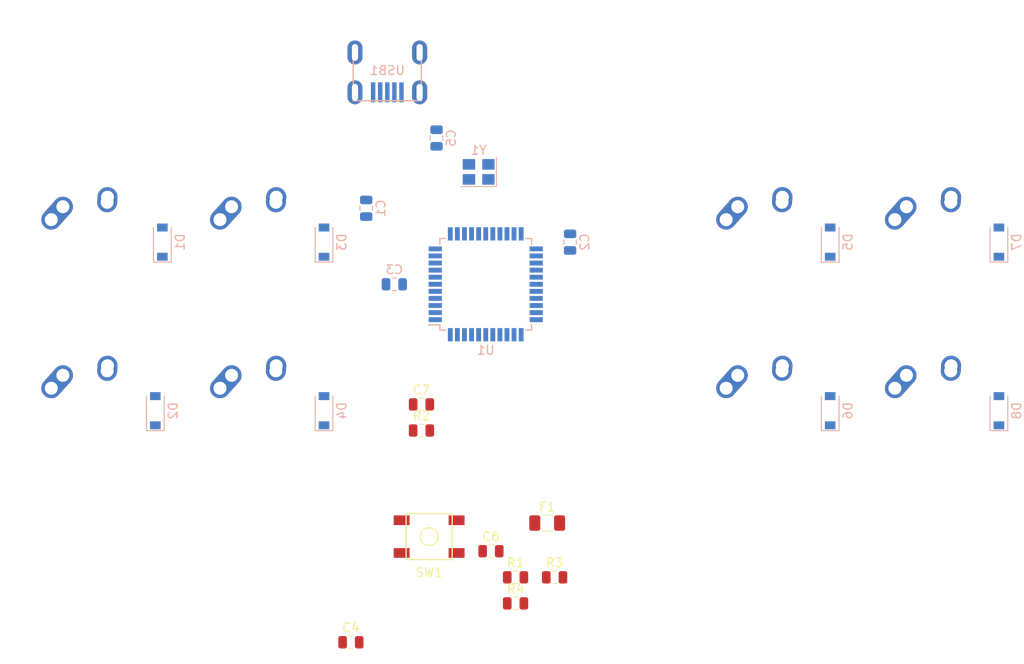
<source format=kicad_pcb>
(kicad_pcb (version 20171130) (host pcbnew "(5.1.5)-3")

  (general
    (thickness 1.6)
    (drawings 0)
    (tracks 0)
    (zones 0)
    (modules 32)
    (nets 55)
  )

  (page A4)
  (layers
    (0 F.Cu signal)
    (31 B.Cu signal)
    (32 B.Adhes user)
    (33 F.Adhes user)
    (34 B.Paste user)
    (35 F.Paste user)
    (36 B.SilkS user)
    (37 F.SilkS user)
    (38 B.Mask user)
    (39 F.Mask user)
    (40 Dwgs.User user)
    (41 Cmts.User user)
    (42 Eco1.User user)
    (43 Eco2.User user)
    (44 Edge.Cuts user)
    (45 Margin user)
    (46 B.CrtYd user)
    (47 F.CrtYd user)
    (48 B.Fab user)
    (49 F.Fab user)
  )

  (setup
    (last_trace_width 0.25)
    (trace_clearance 0.2)
    (zone_clearance 0.508)
    (zone_45_only no)
    (trace_min 0.2)
    (via_size 0.8)
    (via_drill 0.4)
    (via_min_size 0.4)
    (via_min_drill 0.3)
    (uvia_size 0.3)
    (uvia_drill 0.1)
    (uvias_allowed no)
    (uvia_min_size 0.2)
    (uvia_min_drill 0.1)
    (edge_width 0.05)
    (segment_width 0.2)
    (pcb_text_width 0.3)
    (pcb_text_size 1.5 1.5)
    (mod_edge_width 0.12)
    (mod_text_size 1 1)
    (mod_text_width 0.15)
    (pad_size 1.524 1.524)
    (pad_drill 0.762)
    (pad_to_mask_clearance 0.051)
    (solder_mask_min_width 0.25)
    (aux_axis_origin 0 0)
    (visible_elements FFFFFF7F)
    (pcbplotparams
      (layerselection 0x010fc_ffffffff)
      (usegerberextensions false)
      (usegerberattributes false)
      (usegerberadvancedattributes false)
      (creategerberjobfile false)
      (excludeedgelayer true)
      (linewidth 0.100000)
      (plotframeref false)
      (viasonmask false)
      (mode 1)
      (useauxorigin false)
      (hpglpennumber 1)
      (hpglpenspeed 20)
      (hpglpendiameter 15.000000)
      (psnegative false)
      (psa4output false)
      (plotreference true)
      (plotvalue true)
      (plotinvisibletext false)
      (padsonsilk false)
      (subtractmaskfromsilk false)
      (outputformat 1)
      (mirror false)
      (drillshape 1)
      (scaleselection 1)
      (outputdirectory ""))
  )

  (net 0 "")
  (net 1 GND)
  (net 2 +5V)
  (net 3 "Net-(C4-Pad1)")
  (net 4 "Net-(C6-Pad1)")
  (net 5 "Net-(C7-Pad1)")
  (net 6 "Net-(D1-Pad2)")
  (net 7 Row0)
  (net 8 "Net-(D2-Pad2)")
  (net 9 Row1)
  (net 10 "Net-(D3-Pad2)")
  (net 11 "Net-(D4-Pad2)")
  (net 12 "Net-(D5-Pad2)")
  (net 13 "Net-(D6-Pad2)")
  (net 14 "Net-(D7-Pad2)")
  (net 15 "Net-(D8-Pad2)")
  (net 16 "Net-(F1-Pad2)")
  (net 17 Col0)
  (net 18 Col1)
  (net 19 Col2)
  (net 20 Col3)
  (net 21 D+)
  (net 22 "Net-(R1-Pad1)")
  (net 23 D-)
  (net 24 "Net-(R2-Pad1)")
  (net 25 "Net-(R3-Pad2)")
  (net 26 "Net-(R4-Pad2)")
  (net 27 "Net-(U1-Pad42)")
  (net 28 "Net-(U1-Pad41)")
  (net 29 "Net-(U1-Pad40)")
  (net 30 "Net-(U1-Pad39)")
  (net 31 "Net-(U1-Pad38)")
  (net 32 "Net-(U1-Pad37)")
  (net 33 "Net-(U1-Pad36)")
  (net 34 "Net-(U1-Pad32)")
  (net 35 "Net-(U1-Pad31)")
  (net 36 "Net-(U1-Pad30)")
  (net 37 "Net-(U1-Pad29)")
  (net 38 "Net-(U1-Pad28)")
  (net 39 "Net-(U1-Pad27)")
  (net 40 "Net-(U1-Pad26)")
  (net 41 "Net-(U1-Pad25)")
  (net 42 "Net-(U1-Pad22)")
  (net 43 "Net-(U1-Pad21)")
  (net 44 "Net-(U1-Pad20)")
  (net 45 "Net-(U1-Pad19)")
  (net 46 "Net-(U1-Pad18)")
  (net 47 "Net-(U1-Pad12)")
  (net 48 "Net-(U1-Pad11)")
  (net 49 "Net-(U1-Pad10)")
  (net 50 "Net-(U1-Pad9)")
  (net 51 "Net-(U1-Pad8)")
  (net 52 "Net-(U1-Pad1)")
  (net 53 "Net-(USB1-Pad6)")
  (net 54 "Net-(USB1-Pad2)")

  (net_class Default "This is the default net class."
    (clearance 0.2)
    (trace_width 0.25)
    (via_dia 0.8)
    (via_drill 0.4)
    (uvia_dia 0.3)
    (uvia_drill 0.1)
    (add_net +5V)
    (add_net Col0)
    (add_net Col1)
    (add_net Col2)
    (add_net Col3)
    (add_net D+)
    (add_net D-)
    (add_net GND)
    (add_net "Net-(C4-Pad1)")
    (add_net "Net-(C6-Pad1)")
    (add_net "Net-(C7-Pad1)")
    (add_net "Net-(D1-Pad2)")
    (add_net "Net-(D2-Pad2)")
    (add_net "Net-(D3-Pad2)")
    (add_net "Net-(D4-Pad2)")
    (add_net "Net-(D5-Pad2)")
    (add_net "Net-(D6-Pad2)")
    (add_net "Net-(D7-Pad2)")
    (add_net "Net-(D8-Pad2)")
    (add_net "Net-(F1-Pad2)")
    (add_net "Net-(R1-Pad1)")
    (add_net "Net-(R2-Pad1)")
    (add_net "Net-(R3-Pad2)")
    (add_net "Net-(R4-Pad2)")
    (add_net "Net-(U1-Pad1)")
    (add_net "Net-(U1-Pad10)")
    (add_net "Net-(U1-Pad11)")
    (add_net "Net-(U1-Pad12)")
    (add_net "Net-(U1-Pad18)")
    (add_net "Net-(U1-Pad19)")
    (add_net "Net-(U1-Pad20)")
    (add_net "Net-(U1-Pad21)")
    (add_net "Net-(U1-Pad22)")
    (add_net "Net-(U1-Pad25)")
    (add_net "Net-(U1-Pad26)")
    (add_net "Net-(U1-Pad27)")
    (add_net "Net-(U1-Pad28)")
    (add_net "Net-(U1-Pad29)")
    (add_net "Net-(U1-Pad30)")
    (add_net "Net-(U1-Pad31)")
    (add_net "Net-(U1-Pad32)")
    (add_net "Net-(U1-Pad36)")
    (add_net "Net-(U1-Pad37)")
    (add_net "Net-(U1-Pad38)")
    (add_net "Net-(U1-Pad39)")
    (add_net "Net-(U1-Pad40)")
    (add_net "Net-(U1-Pad41)")
    (add_net "Net-(U1-Pad42)")
    (add_net "Net-(U1-Pad8)")
    (add_net "Net-(U1-Pad9)")
    (add_net "Net-(USB1-Pad2)")
    (add_net "Net-(USB1-Pad6)")
    (add_net Row0)
    (add_net Row1)
  )

  (module Crystal:Crystal_SMD_3225-4Pin_3.2x2.5mm (layer B.Cu) (tedit 5A0FD1B2) (tstamp 5E8E79D5)
    (at 150.8125 69.85 180)
    (descr "SMD Crystal SERIES SMD3225/4 http://www.txccrystal.com/images/pdf/7m-accuracy.pdf, 3.2x2.5mm^2 package")
    (tags "SMD SMT crystal")
    (path /5E8A0699)
    (attr smd)
    (fp_text reference Y1 (at 0 2.45) (layer B.SilkS)
      (effects (font (size 1 1) (thickness 0.15)) (justify mirror))
    )
    (fp_text value 16MHz (at 0 -2.45) (layer B.Fab)
      (effects (font (size 1 1) (thickness 0.15)) (justify mirror))
    )
    (fp_line (start 2.1 1.7) (end -2.1 1.7) (layer B.CrtYd) (width 0.05))
    (fp_line (start 2.1 -1.7) (end 2.1 1.7) (layer B.CrtYd) (width 0.05))
    (fp_line (start -2.1 -1.7) (end 2.1 -1.7) (layer B.CrtYd) (width 0.05))
    (fp_line (start -2.1 1.7) (end -2.1 -1.7) (layer B.CrtYd) (width 0.05))
    (fp_line (start -2 -1.65) (end 2 -1.65) (layer B.SilkS) (width 0.12))
    (fp_line (start -2 1.65) (end -2 -1.65) (layer B.SilkS) (width 0.12))
    (fp_line (start -1.6 -0.25) (end -0.6 -1.25) (layer B.Fab) (width 0.1))
    (fp_line (start 1.6 1.25) (end -1.6 1.25) (layer B.Fab) (width 0.1))
    (fp_line (start 1.6 -1.25) (end 1.6 1.25) (layer B.Fab) (width 0.1))
    (fp_line (start -1.6 -1.25) (end 1.6 -1.25) (layer B.Fab) (width 0.1))
    (fp_line (start -1.6 1.25) (end -1.6 -1.25) (layer B.Fab) (width 0.1))
    (fp_text user %R (at 0 0) (layer B.Fab)
      (effects (font (size 0.7 0.7) (thickness 0.105)) (justify mirror))
    )
    (pad 4 smd rect (at -1.1 0.85 180) (size 1.4 1.2) (layers B.Cu B.Paste B.Mask)
      (net 1 GND))
    (pad 3 smd rect (at 1.1 0.85 180) (size 1.4 1.2) (layers B.Cu B.Paste B.Mask)
      (net 3 "Net-(C4-Pad1)"))
    (pad 2 smd rect (at 1.1 -0.85 180) (size 1.4 1.2) (layers B.Cu B.Paste B.Mask)
      (net 1 GND))
    (pad 1 smd rect (at -1.1 -0.85 180) (size 1.4 1.2) (layers B.Cu B.Paste B.Mask)
      (net 4 "Net-(C6-Pad1)"))
    (model ${KISYS3DMOD}/Crystal.3dshapes/Crystal_SMD_3225-4Pin_3.2x2.5mm.wrl
      (at (xyz 0 0 0))
      (scale (xyz 1 1 1))
      (rotate (xyz 0 0 0))
    )
  )

  (module random-keyboard-parts:Molex-0548190589 (layer B.Cu) (tedit 5C494815) (tstamp 5E8E91DE)
    (at 140.49375 56.35625 270)
    (path /5E8B149C)
    (attr smd)
    (fp_text reference USB1 (at 2.032 0) (layer B.SilkS)
      (effects (font (size 1 1) (thickness 0.15)) (justify mirror))
    )
    (fp_text value Molex-0548190589 (at -5.08 0) (layer Dwgs.User)
      (effects (font (size 1 1) (thickness 0.15)))
    )
    (fp_text user %R (at 2 0) (layer B.CrtYd)
      (effects (font (size 1 1) (thickness 0.15)) (justify mirror))
    )
    (fp_line (start 3.25 1.25) (end 5.5 1.25) (layer B.CrtYd) (width 0.15))
    (fp_line (start 5.5 0.5) (end 3.25 0.5) (layer B.CrtYd) (width 0.15))
    (fp_line (start 3.25 -0.5) (end 5.5 -0.5) (layer B.CrtYd) (width 0.15))
    (fp_line (start 5.5 -1.25) (end 3.25 -1.25) (layer B.CrtYd) (width 0.15))
    (fp_line (start 3.25 -2) (end 5.5 -2) (layer B.CrtYd) (width 0.15))
    (fp_line (start 3.25 2) (end 3.25 -2) (layer B.CrtYd) (width 0.15))
    (fp_line (start 5.5 2) (end 3.25 2) (layer B.CrtYd) (width 0.15))
    (fp_line (start -3.75 -3.75) (end -3.75 3.75) (layer B.CrtYd) (width 0.15))
    (fp_line (start 5.5 -3.75) (end -3.75 -3.75) (layer B.CrtYd) (width 0.15))
    (fp_line (start 5.5 3.75) (end 5.5 -3.75) (layer B.CrtYd) (width 0.15))
    (fp_line (start -3.75 3.75) (end 5.5 3.75) (layer B.CrtYd) (width 0.15))
    (fp_line (start 0 3.85) (end 5.45 3.85) (layer B.SilkS) (width 0.15))
    (fp_line (start 0 -3.85) (end 5.45 -3.85) (layer B.SilkS) (width 0.15))
    (fp_line (start 5.45 3.85) (end 5.45 -3.85) (layer B.SilkS) (width 0.15))
    (fp_line (start -3.75 3.85) (end 0 3.85) (layer Dwgs.User) (width 0.15))
    (fp_line (start -3.75 -3.85) (end 0 -3.85) (layer Dwgs.User) (width 0.15))
    (fp_line (start -1.75 4.572) (end -1.75 -4.572) (layer Dwgs.User) (width 0.15))
    (fp_line (start -3.75 3.85) (end -3.75 -3.85) (layer Dwgs.User) (width 0.15))
    (pad 6 thru_hole oval (at 0 3.65 270) (size 2.7 1.7) (drill oval 1.9 0.7) (layers *.Cu *.Mask)
      (net 53 "Net-(USB1-Pad6)"))
    (pad 6 thru_hole oval (at 0 -3.65 270) (size 2.7 1.7) (drill oval 1.9 0.7) (layers *.Cu *.Mask)
      (net 53 "Net-(USB1-Pad6)"))
    (pad 6 thru_hole oval (at 4.5 -3.65 270) (size 2.7 1.7) (drill oval 1.9 0.7) (layers *.Cu *.Mask)
      (net 53 "Net-(USB1-Pad6)"))
    (pad 6 thru_hole oval (at 4.5 3.65 270) (size 2.7 1.7) (drill oval 1.9 0.7) (layers *.Cu *.Mask)
      (net 53 "Net-(USB1-Pad6)"))
    (pad 5 smd rect (at 4.5 1.6 270) (size 2.25 0.5) (layers B.Cu B.Paste B.Mask)
      (net 16 "Net-(F1-Pad2)"))
    (pad 4 smd rect (at 4.5 0.8 270) (size 2.25 0.5) (layers B.Cu B.Paste B.Mask)
      (net 23 D-))
    (pad 3 smd rect (at 4.5 0 270) (size 2.25 0.5) (layers B.Cu B.Paste B.Mask)
      (net 21 D+))
    (pad 2 smd rect (at 4.5 -0.8 270) (size 2.25 0.5) (layers B.Cu B.Paste B.Mask)
      (net 54 "Net-(USB1-Pad2)"))
    (pad 1 smd rect (at 4.5 -1.6 270) (size 2.25 0.5) (layers B.Cu B.Paste B.Mask)
      (net 1 GND))
  )

  (module Package_QFP:TQFP-44_10x10mm_P0.8mm (layer B.Cu) (tedit 5A02F146) (tstamp 5E8E79A1)
    (at 151.60625 82.55)
    (descr "44-Lead Plastic Thin Quad Flatpack (PT) - 10x10x1.0 mm Body [TQFP] (see Microchip Packaging Specification 00000049BS.pdf)")
    (tags "QFP 0.8")
    (path /5E87EDBC)
    (attr smd)
    (fp_text reference U1 (at 0 7.45) (layer B.SilkS)
      (effects (font (size 1 1) (thickness 0.15)) (justify mirror))
    )
    (fp_text value ATmega32U4-AU (at 0 -7.45) (layer B.Fab)
      (effects (font (size 1 1) (thickness 0.15)) (justify mirror))
    )
    (fp_line (start -5.175 4.6) (end -6.45 4.6) (layer B.SilkS) (width 0.15))
    (fp_line (start 5.175 5.175) (end 4.5 5.175) (layer B.SilkS) (width 0.15))
    (fp_line (start 5.175 -5.175) (end 4.5 -5.175) (layer B.SilkS) (width 0.15))
    (fp_line (start -5.175 -5.175) (end -4.5 -5.175) (layer B.SilkS) (width 0.15))
    (fp_line (start -5.175 5.175) (end -4.5 5.175) (layer B.SilkS) (width 0.15))
    (fp_line (start -5.175 -5.175) (end -5.175 -4.5) (layer B.SilkS) (width 0.15))
    (fp_line (start 5.175 -5.175) (end 5.175 -4.5) (layer B.SilkS) (width 0.15))
    (fp_line (start 5.175 5.175) (end 5.175 4.5) (layer B.SilkS) (width 0.15))
    (fp_line (start -5.175 5.175) (end -5.175 4.6) (layer B.SilkS) (width 0.15))
    (fp_line (start -6.7 -6.7) (end 6.7 -6.7) (layer B.CrtYd) (width 0.05))
    (fp_line (start -6.7 6.7) (end 6.7 6.7) (layer B.CrtYd) (width 0.05))
    (fp_line (start 6.7 6.7) (end 6.7 -6.7) (layer B.CrtYd) (width 0.05))
    (fp_line (start -6.7 6.7) (end -6.7 -6.7) (layer B.CrtYd) (width 0.05))
    (fp_line (start -5 4) (end -4 5) (layer B.Fab) (width 0.15))
    (fp_line (start -5 -5) (end -5 4) (layer B.Fab) (width 0.15))
    (fp_line (start 5 -5) (end -5 -5) (layer B.Fab) (width 0.15))
    (fp_line (start 5 5) (end 5 -5) (layer B.Fab) (width 0.15))
    (fp_line (start -4 5) (end 5 5) (layer B.Fab) (width 0.15))
    (fp_text user %R (at 0 0) (layer B.Fab)
      (effects (font (size 1 1) (thickness 0.15)) (justify mirror))
    )
    (pad 44 smd rect (at -4 5.7 270) (size 1.5 0.55) (layers B.Cu B.Paste B.Mask)
      (net 2 +5V))
    (pad 43 smd rect (at -3.2 5.7 270) (size 1.5 0.55) (layers B.Cu B.Paste B.Mask)
      (net 1 GND))
    (pad 42 smd rect (at -2.4 5.7 270) (size 1.5 0.55) (layers B.Cu B.Paste B.Mask)
      (net 27 "Net-(U1-Pad42)"))
    (pad 41 smd rect (at -1.6 5.7 270) (size 1.5 0.55) (layers B.Cu B.Paste B.Mask)
      (net 28 "Net-(U1-Pad41)"))
    (pad 40 smd rect (at -0.8 5.7 270) (size 1.5 0.55) (layers B.Cu B.Paste B.Mask)
      (net 29 "Net-(U1-Pad40)"))
    (pad 39 smd rect (at 0 5.7 270) (size 1.5 0.55) (layers B.Cu B.Paste B.Mask)
      (net 30 "Net-(U1-Pad39)"))
    (pad 38 smd rect (at 0.8 5.7 270) (size 1.5 0.55) (layers B.Cu B.Paste B.Mask)
      (net 31 "Net-(U1-Pad38)"))
    (pad 37 smd rect (at 1.6 5.7 270) (size 1.5 0.55) (layers B.Cu B.Paste B.Mask)
      (net 32 "Net-(U1-Pad37)"))
    (pad 36 smd rect (at 2.4 5.7 270) (size 1.5 0.55) (layers B.Cu B.Paste B.Mask)
      (net 33 "Net-(U1-Pad36)"))
    (pad 35 smd rect (at 3.2 5.7 270) (size 1.5 0.55) (layers B.Cu B.Paste B.Mask)
      (net 1 GND))
    (pad 34 smd rect (at 4 5.7 270) (size 1.5 0.55) (layers B.Cu B.Paste B.Mask)
      (net 2 +5V))
    (pad 33 smd rect (at 5.7 4) (size 1.5 0.55) (layers B.Cu B.Paste B.Mask)
      (net 26 "Net-(R4-Pad2)"))
    (pad 32 smd rect (at 5.7 3.2) (size 1.5 0.55) (layers B.Cu B.Paste B.Mask)
      (net 34 "Net-(U1-Pad32)"))
    (pad 31 smd rect (at 5.7 2.4) (size 1.5 0.55) (layers B.Cu B.Paste B.Mask)
      (net 35 "Net-(U1-Pad31)"))
    (pad 30 smd rect (at 5.7 1.6) (size 1.5 0.55) (layers B.Cu B.Paste B.Mask)
      (net 36 "Net-(U1-Pad30)"))
    (pad 29 smd rect (at 5.7 0.8) (size 1.5 0.55) (layers B.Cu B.Paste B.Mask)
      (net 37 "Net-(U1-Pad29)"))
    (pad 28 smd rect (at 5.7 0) (size 1.5 0.55) (layers B.Cu B.Paste B.Mask)
      (net 38 "Net-(U1-Pad28)"))
    (pad 27 smd rect (at 5.7 -0.8) (size 1.5 0.55) (layers B.Cu B.Paste B.Mask)
      (net 39 "Net-(U1-Pad27)"))
    (pad 26 smd rect (at 5.7 -1.6) (size 1.5 0.55) (layers B.Cu B.Paste B.Mask)
      (net 40 "Net-(U1-Pad26)"))
    (pad 25 smd rect (at 5.7 -2.4) (size 1.5 0.55) (layers B.Cu B.Paste B.Mask)
      (net 41 "Net-(U1-Pad25)"))
    (pad 24 smd rect (at 5.7 -3.2) (size 1.5 0.55) (layers B.Cu B.Paste B.Mask)
      (net 2 +5V))
    (pad 23 smd rect (at 5.7 -4) (size 1.5 0.55) (layers B.Cu B.Paste B.Mask)
      (net 1 GND))
    (pad 22 smd rect (at 4 -5.7 270) (size 1.5 0.55) (layers B.Cu B.Paste B.Mask)
      (net 42 "Net-(U1-Pad22)"))
    (pad 21 smd rect (at 3.2 -5.7 270) (size 1.5 0.55) (layers B.Cu B.Paste B.Mask)
      (net 43 "Net-(U1-Pad21)"))
    (pad 20 smd rect (at 2.4 -5.7 270) (size 1.5 0.55) (layers B.Cu B.Paste B.Mask)
      (net 44 "Net-(U1-Pad20)"))
    (pad 19 smd rect (at 1.6 -5.7 270) (size 1.5 0.55) (layers B.Cu B.Paste B.Mask)
      (net 45 "Net-(U1-Pad19)"))
    (pad 18 smd rect (at 0.8 -5.7 270) (size 1.5 0.55) (layers B.Cu B.Paste B.Mask)
      (net 46 "Net-(U1-Pad18)"))
    (pad 17 smd rect (at 0 -5.7 270) (size 1.5 0.55) (layers B.Cu B.Paste B.Mask)
      (net 4 "Net-(C6-Pad1)"))
    (pad 16 smd rect (at -0.8 -5.7 270) (size 1.5 0.55) (layers B.Cu B.Paste B.Mask)
      (net 3 "Net-(C4-Pad1)"))
    (pad 15 smd rect (at -1.6 -5.7 270) (size 1.5 0.55) (layers B.Cu B.Paste B.Mask)
      (net 1 GND))
    (pad 14 smd rect (at -2.4 -5.7 270) (size 1.5 0.55) (layers B.Cu B.Paste B.Mask)
      (net 2 +5V))
    (pad 13 smd rect (at -3.2 -5.7 270) (size 1.5 0.55) (layers B.Cu B.Paste B.Mask)
      (net 25 "Net-(R3-Pad2)"))
    (pad 12 smd rect (at -4 -5.7 270) (size 1.5 0.55) (layers B.Cu B.Paste B.Mask)
      (net 47 "Net-(U1-Pad12)"))
    (pad 11 smd rect (at -5.7 -4) (size 1.5 0.55) (layers B.Cu B.Paste B.Mask)
      (net 48 "Net-(U1-Pad11)"))
    (pad 10 smd rect (at -5.7 -3.2) (size 1.5 0.55) (layers B.Cu B.Paste B.Mask)
      (net 49 "Net-(U1-Pad10)"))
    (pad 9 smd rect (at -5.7 -2.4) (size 1.5 0.55) (layers B.Cu B.Paste B.Mask)
      (net 50 "Net-(U1-Pad9)"))
    (pad 8 smd rect (at -5.7 -1.6) (size 1.5 0.55) (layers B.Cu B.Paste B.Mask)
      (net 51 "Net-(U1-Pad8)"))
    (pad 7 smd rect (at -5.7 -0.8) (size 1.5 0.55) (layers B.Cu B.Paste B.Mask)
      (net 2 +5V))
    (pad 6 smd rect (at -5.7 0) (size 1.5 0.55) (layers B.Cu B.Paste B.Mask)
      (net 5 "Net-(C7-Pad1)"))
    (pad 5 smd rect (at -5.7 0.8) (size 1.5 0.55) (layers B.Cu B.Paste B.Mask)
      (net 1 GND))
    (pad 4 smd rect (at -5.7 1.6) (size 1.5 0.55) (layers B.Cu B.Paste B.Mask)
      (net 22 "Net-(R1-Pad1)"))
    (pad 3 smd rect (at -5.7 2.4) (size 1.5 0.55) (layers B.Cu B.Paste B.Mask)
      (net 24 "Net-(R2-Pad1)"))
    (pad 2 smd rect (at -5.7 3.2) (size 1.5 0.55) (layers B.Cu B.Paste B.Mask)
      (net 2 +5V))
    (pad 1 smd rect (at -5.7 4) (size 1.5 0.55) (layers B.Cu B.Paste B.Mask)
      (net 52 "Net-(U1-Pad1)"))
    (model ${KISYS3DMOD}/Package_QFP.3dshapes/TQFP-44_10x10mm_P0.8mm.wrl
      (at (xyz 0 0 0))
      (scale (xyz 1 1 1))
      (rotate (xyz 0 0 0))
    )
  )

  (module random-keyboard-parts:SKQG-1155865 (layer F.Cu) (tedit 5E62B398) (tstamp 5E8E8FC4)
    (at 145.215 111.0625)
    (path /5E8AC1BD)
    (attr smd)
    (fp_text reference SW1 (at 0 4.064) (layer F.SilkS)
      (effects (font (size 1 1) (thickness 0.15)))
    )
    (fp_text value SW_Push (at 0 -4.064) (layer F.Fab)
      (effects (font (size 1 1) (thickness 0.15)))
    )
    (fp_line (start -2.6 -2.6) (end 2.6 -2.6) (layer F.SilkS) (width 0.15))
    (fp_line (start 2.6 -2.6) (end 2.6 2.6) (layer F.SilkS) (width 0.15))
    (fp_line (start 2.6 2.6) (end -2.6 2.6) (layer F.SilkS) (width 0.15))
    (fp_line (start -2.6 2.6) (end -2.6 -2.6) (layer F.SilkS) (width 0.15))
    (fp_circle (center 0 0) (end 1 0) (layer F.SilkS) (width 0.15))
    (fp_line (start -4.2 -2.6) (end 4.2 -2.6) (layer F.Fab) (width 0.15))
    (fp_line (start 4.2 -2.6) (end 4.2 -1.2) (layer F.Fab) (width 0.15))
    (fp_line (start 4.2 -1.1) (end 2.6 -1.1) (layer F.Fab) (width 0.15))
    (fp_line (start 2.6 -1.1) (end 2.6 1.1) (layer F.Fab) (width 0.15))
    (fp_line (start 2.6 1.1) (end 4.2 1.1) (layer F.Fab) (width 0.15))
    (fp_line (start 4.2 1.1) (end 4.2 2.6) (layer F.Fab) (width 0.15))
    (fp_line (start 4.2 2.6) (end -4.2 2.6) (layer F.Fab) (width 0.15))
    (fp_line (start -4.2 2.6) (end -4.2 1.1) (layer F.Fab) (width 0.15))
    (fp_line (start -4.2 1.1) (end -2.6 1.1) (layer F.Fab) (width 0.15))
    (fp_line (start -2.6 1.1) (end -2.6 -1.1) (layer F.Fab) (width 0.15))
    (fp_line (start -2.6 -1.1) (end -4.2 -1.1) (layer F.Fab) (width 0.15))
    (fp_line (start -4.2 -1.1) (end -4.2 -2.6) (layer F.Fab) (width 0.15))
    (fp_circle (center 0 0) (end 1 0) (layer F.Fab) (width 0.15))
    (fp_line (start -2.6 -1.1) (end -1.1 -2.6) (layer F.Fab) (width 0.15))
    (fp_line (start 2.6 -1.1) (end 1.1 -2.6) (layer F.Fab) (width 0.15))
    (fp_line (start 2.6 1.1) (end 1.1 2.6) (layer F.Fab) (width 0.15))
    (fp_line (start -2.6 1.1) (end -1.1 2.6) (layer F.Fab) (width 0.15))
    (pad 4 smd rect (at -3.1 1.85) (size 1.8 1.1) (layers F.Cu F.Paste F.Mask))
    (pad 3 smd rect (at 3.1 -1.85) (size 1.8 1.1) (layers F.Cu F.Paste F.Mask))
    (pad 2 smd rect (at -3.1 -1.85) (size 1.8 1.1) (layers F.Cu F.Paste F.Mask)
      (net 25 "Net-(R3-Pad2)"))
    (pad 1 smd rect (at 3.1 1.85) (size 1.8 1.1) (layers F.Cu F.Paste F.Mask)
      (net 1 GND))
    (model ${KISYS3DMOD}/Button_Switch_SMD.3dshapes/SW_SPST_TL3342.step
      (at (xyz 0 0 0))
      (scale (xyz 1 1 1))
      (rotate (xyz 0 0 0))
    )
  )

  (module Resistor_SMD:R_0805_2012Metric (layer F.Cu) (tedit 5B36C52B) (tstamp 5E8E7940)
    (at 154.975 118.6125)
    (descr "Resistor SMD 0805 (2012 Metric), square (rectangular) end terminal, IPC_7351 nominal, (Body size source: https://docs.google.com/spreadsheets/d/1BsfQQcO9C6DZCsRaXUlFlo91Tg2WpOkGARC1WS5S8t0/edit?usp=sharing), generated with kicad-footprint-generator")
    (tags resistor)
    (path /5E8948DF)
    (attr smd)
    (fp_text reference R4 (at 0 -1.65) (layer F.SilkS)
      (effects (font (size 1 1) (thickness 0.15)))
    )
    (fp_text value 10k (at 0 1.65) (layer F.Fab)
      (effects (font (size 1 1) (thickness 0.15)))
    )
    (fp_text user %R (at 0 0) (layer F.Fab)
      (effects (font (size 0.5 0.5) (thickness 0.08)))
    )
    (fp_line (start 1.68 0.95) (end -1.68 0.95) (layer F.CrtYd) (width 0.05))
    (fp_line (start 1.68 -0.95) (end 1.68 0.95) (layer F.CrtYd) (width 0.05))
    (fp_line (start -1.68 -0.95) (end 1.68 -0.95) (layer F.CrtYd) (width 0.05))
    (fp_line (start -1.68 0.95) (end -1.68 -0.95) (layer F.CrtYd) (width 0.05))
    (fp_line (start -0.258578 0.71) (end 0.258578 0.71) (layer F.SilkS) (width 0.12))
    (fp_line (start -0.258578 -0.71) (end 0.258578 -0.71) (layer F.SilkS) (width 0.12))
    (fp_line (start 1 0.6) (end -1 0.6) (layer F.Fab) (width 0.1))
    (fp_line (start 1 -0.6) (end 1 0.6) (layer F.Fab) (width 0.1))
    (fp_line (start -1 -0.6) (end 1 -0.6) (layer F.Fab) (width 0.1))
    (fp_line (start -1 0.6) (end -1 -0.6) (layer F.Fab) (width 0.1))
    (pad 2 smd roundrect (at 0.9375 0) (size 0.975 1.4) (layers F.Cu F.Paste F.Mask) (roundrect_rratio 0.25)
      (net 26 "Net-(R4-Pad2)"))
    (pad 1 smd roundrect (at -0.9375 0) (size 0.975 1.4) (layers F.Cu F.Paste F.Mask) (roundrect_rratio 0.25)
      (net 1 GND))
    (model ${KISYS3DMOD}/Resistor_SMD.3dshapes/R_0805_2012Metric.wrl
      (at (xyz 0 0 0))
      (scale (xyz 1 1 1))
      (rotate (xyz 0 0 0))
    )
  )

  (module Resistor_SMD:R_0805_2012Metric (layer F.Cu) (tedit 5B36C52B) (tstamp 5E8E792F)
    (at 159.385 115.6625)
    (descr "Resistor SMD 0805 (2012 Metric), square (rectangular) end terminal, IPC_7351 nominal, (Body size source: https://docs.google.com/spreadsheets/d/1BsfQQcO9C6DZCsRaXUlFlo91Tg2WpOkGARC1WS5S8t0/edit?usp=sharing), generated with kicad-footprint-generator")
    (tags resistor)
    (path /5E8AE14B)
    (attr smd)
    (fp_text reference R3 (at 0 -1.65) (layer F.SilkS)
      (effects (font (size 1 1) (thickness 0.15)))
    )
    (fp_text value 10k (at 0 1.65) (layer F.Fab)
      (effects (font (size 1 1) (thickness 0.15)))
    )
    (fp_text user %R (at 0 0) (layer F.Fab)
      (effects (font (size 0.5 0.5) (thickness 0.08)))
    )
    (fp_line (start 1.68 0.95) (end -1.68 0.95) (layer F.CrtYd) (width 0.05))
    (fp_line (start 1.68 -0.95) (end 1.68 0.95) (layer F.CrtYd) (width 0.05))
    (fp_line (start -1.68 -0.95) (end 1.68 -0.95) (layer F.CrtYd) (width 0.05))
    (fp_line (start -1.68 0.95) (end -1.68 -0.95) (layer F.CrtYd) (width 0.05))
    (fp_line (start -0.258578 0.71) (end 0.258578 0.71) (layer F.SilkS) (width 0.12))
    (fp_line (start -0.258578 -0.71) (end 0.258578 -0.71) (layer F.SilkS) (width 0.12))
    (fp_line (start 1 0.6) (end -1 0.6) (layer F.Fab) (width 0.1))
    (fp_line (start 1 -0.6) (end 1 0.6) (layer F.Fab) (width 0.1))
    (fp_line (start -1 -0.6) (end 1 -0.6) (layer F.Fab) (width 0.1))
    (fp_line (start -1 0.6) (end -1 -0.6) (layer F.Fab) (width 0.1))
    (pad 2 smd roundrect (at 0.9375 0) (size 0.975 1.4) (layers F.Cu F.Paste F.Mask) (roundrect_rratio 0.25)
      (net 25 "Net-(R3-Pad2)"))
    (pad 1 smd roundrect (at -0.9375 0) (size 0.975 1.4) (layers F.Cu F.Paste F.Mask) (roundrect_rratio 0.25)
      (net 2 +5V))
    (model ${KISYS3DMOD}/Resistor_SMD.3dshapes/R_0805_2012Metric.wrl
      (at (xyz 0 0 0))
      (scale (xyz 1 1 1))
      (rotate (xyz 0 0 0))
    )
  )

  (module Resistor_SMD:R_0805_2012Metric (layer F.Cu) (tedit 5B36C52B) (tstamp 5E8E791E)
    (at 144.35 99.075)
    (descr "Resistor SMD 0805 (2012 Metric), square (rectangular) end terminal, IPC_7351 nominal, (Body size source: https://docs.google.com/spreadsheets/d/1BsfQQcO9C6DZCsRaXUlFlo91Tg2WpOkGARC1WS5S8t0/edit?usp=sharing), generated with kicad-footprint-generator")
    (tags resistor)
    (path /5E897D52)
    (attr smd)
    (fp_text reference R2 (at 0 -1.65) (layer F.SilkS)
      (effects (font (size 1 1) (thickness 0.15)))
    )
    (fp_text value 22 (at 0 1.65) (layer F.Fab)
      (effects (font (size 1 1) (thickness 0.15)))
    )
    (fp_text user %R (at 0 0) (layer F.Fab)
      (effects (font (size 0.5 0.5) (thickness 0.08)))
    )
    (fp_line (start 1.68 0.95) (end -1.68 0.95) (layer F.CrtYd) (width 0.05))
    (fp_line (start 1.68 -0.95) (end 1.68 0.95) (layer F.CrtYd) (width 0.05))
    (fp_line (start -1.68 -0.95) (end 1.68 -0.95) (layer F.CrtYd) (width 0.05))
    (fp_line (start -1.68 0.95) (end -1.68 -0.95) (layer F.CrtYd) (width 0.05))
    (fp_line (start -0.258578 0.71) (end 0.258578 0.71) (layer F.SilkS) (width 0.12))
    (fp_line (start -0.258578 -0.71) (end 0.258578 -0.71) (layer F.SilkS) (width 0.12))
    (fp_line (start 1 0.6) (end -1 0.6) (layer F.Fab) (width 0.1))
    (fp_line (start 1 -0.6) (end 1 0.6) (layer F.Fab) (width 0.1))
    (fp_line (start -1 -0.6) (end 1 -0.6) (layer F.Fab) (width 0.1))
    (fp_line (start -1 0.6) (end -1 -0.6) (layer F.Fab) (width 0.1))
    (pad 2 smd roundrect (at 0.9375 0) (size 0.975 1.4) (layers F.Cu F.Paste F.Mask) (roundrect_rratio 0.25)
      (net 23 D-))
    (pad 1 smd roundrect (at -0.9375 0) (size 0.975 1.4) (layers F.Cu F.Paste F.Mask) (roundrect_rratio 0.25)
      (net 24 "Net-(R2-Pad1)"))
    (model ${KISYS3DMOD}/Resistor_SMD.3dshapes/R_0805_2012Metric.wrl
      (at (xyz 0 0 0))
      (scale (xyz 1 1 1))
      (rotate (xyz 0 0 0))
    )
  )

  (module Resistor_SMD:R_0805_2012Metric (layer F.Cu) (tedit 5B36C52B) (tstamp 5E8E790D)
    (at 154.975 115.6625)
    (descr "Resistor SMD 0805 (2012 Metric), square (rectangular) end terminal, IPC_7351 nominal, (Body size source: https://docs.google.com/spreadsheets/d/1BsfQQcO9C6DZCsRaXUlFlo91Tg2WpOkGARC1WS5S8t0/edit?usp=sharing), generated with kicad-footprint-generator")
    (tags resistor)
    (path /5E896992)
    (attr smd)
    (fp_text reference R1 (at 0 -1.65) (layer F.SilkS)
      (effects (font (size 1 1) (thickness 0.15)))
    )
    (fp_text value 22 (at 0 1.65) (layer F.Fab)
      (effects (font (size 1 1) (thickness 0.15)))
    )
    (fp_text user %R (at 0 0) (layer F.Fab)
      (effects (font (size 0.5 0.5) (thickness 0.08)))
    )
    (fp_line (start 1.68 0.95) (end -1.68 0.95) (layer F.CrtYd) (width 0.05))
    (fp_line (start 1.68 -0.95) (end 1.68 0.95) (layer F.CrtYd) (width 0.05))
    (fp_line (start -1.68 -0.95) (end 1.68 -0.95) (layer F.CrtYd) (width 0.05))
    (fp_line (start -1.68 0.95) (end -1.68 -0.95) (layer F.CrtYd) (width 0.05))
    (fp_line (start -0.258578 0.71) (end 0.258578 0.71) (layer F.SilkS) (width 0.12))
    (fp_line (start -0.258578 -0.71) (end 0.258578 -0.71) (layer F.SilkS) (width 0.12))
    (fp_line (start 1 0.6) (end -1 0.6) (layer F.Fab) (width 0.1))
    (fp_line (start 1 -0.6) (end 1 0.6) (layer F.Fab) (width 0.1))
    (fp_line (start -1 -0.6) (end 1 -0.6) (layer F.Fab) (width 0.1))
    (fp_line (start -1 0.6) (end -1 -0.6) (layer F.Fab) (width 0.1))
    (pad 2 smd roundrect (at 0.9375 0) (size 0.975 1.4) (layers F.Cu F.Paste F.Mask) (roundrect_rratio 0.25)
      (net 21 D+))
    (pad 1 smd roundrect (at -0.9375 0) (size 0.975 1.4) (layers F.Cu F.Paste F.Mask) (roundrect_rratio 0.25)
      (net 22 "Net-(R1-Pad1)"))
    (model ${KISYS3DMOD}/Resistor_SMD.3dshapes/R_0805_2012Metric.wrl
      (at (xyz 0 0 0))
      (scale (xyz 1 1 1))
      (rotate (xyz 0 0 0))
    )
  )

  (module MX_Alps_Hybrid:MX-1U-NoLED (layer F.Cu) (tedit 5A9F5203) (tstamp 5E8E78FC)
    (at 201.6125 96.8375)
    (path /5E8CE83A)
    (fp_text reference MX8 (at 0 3.175) (layer Dwgs.User)
      (effects (font (size 1 1) (thickness 0.15)))
    )
    (fp_text value MX-NoLED (at 0 -7.9375) (layer Dwgs.User)
      (effects (font (size 1 1) (thickness 0.15)))
    )
    (fp_line (start -9.525 9.525) (end -9.525 -9.525) (layer Dwgs.User) (width 0.15))
    (fp_line (start 9.525 9.525) (end -9.525 9.525) (layer Dwgs.User) (width 0.15))
    (fp_line (start 9.525 -9.525) (end 9.525 9.525) (layer Dwgs.User) (width 0.15))
    (fp_line (start -9.525 -9.525) (end 9.525 -9.525) (layer Dwgs.User) (width 0.15))
    (fp_line (start -7 -7) (end -7 -5) (layer Dwgs.User) (width 0.15))
    (fp_line (start -5 -7) (end -7 -7) (layer Dwgs.User) (width 0.15))
    (fp_line (start -7 7) (end -5 7) (layer Dwgs.User) (width 0.15))
    (fp_line (start -7 5) (end -7 7) (layer Dwgs.User) (width 0.15))
    (fp_line (start 7 7) (end 7 5) (layer Dwgs.User) (width 0.15))
    (fp_line (start 5 7) (end 7 7) (layer Dwgs.User) (width 0.15))
    (fp_line (start 7 -7) (end 7 -5) (layer Dwgs.User) (width 0.15))
    (fp_line (start 5 -7) (end 7 -7) (layer Dwgs.User) (width 0.15))
    (pad "" np_thru_hole circle (at 5.08 0 48.0996) (size 1.75 1.75) (drill 1.75) (layers *.Cu *.Mask))
    (pad "" np_thru_hole circle (at -5.08 0 48.0996) (size 1.75 1.75) (drill 1.75) (layers *.Cu *.Mask))
    (pad 1 thru_hole circle (at -2.5 -4) (size 2.25 2.25) (drill 1.47) (layers *.Cu B.Mask)
      (net 20 Col3))
    (pad "" np_thru_hole circle (at 0 0) (size 3.9878 3.9878) (drill 3.9878) (layers *.Cu *.Mask))
    (pad 1 thru_hole oval (at -3.81 -2.54 48.0996) (size 4.211556 2.25) (drill 1.47 (offset 0.980778 0)) (layers *.Cu B.Mask)
      (net 20 Col3))
    (pad 2 thru_hole circle (at 2.54 -5.08) (size 2.25 2.25) (drill 1.47) (layers *.Cu B.Mask)
      (net 15 "Net-(D8-Pad2)"))
    (pad 2 thru_hole oval (at 2.5 -4.5 86.0548) (size 2.831378 2.25) (drill 1.47 (offset 0.290689 0)) (layers *.Cu B.Mask)
      (net 15 "Net-(D8-Pad2)"))
  )

  (module MX_Alps_Hybrid:MX-1U-NoLED (layer F.Cu) (tedit 5A9F5203) (tstamp 5E8E78E5)
    (at 201.6125 77.7875)
    (path /5E8CE820)
    (fp_text reference MX7 (at 0 3.175) (layer Dwgs.User)
      (effects (font (size 1 1) (thickness 0.15)))
    )
    (fp_text value MX-NoLED (at 0 -7.9375) (layer Dwgs.User)
      (effects (font (size 1 1) (thickness 0.15)))
    )
    (fp_line (start -9.525 9.525) (end -9.525 -9.525) (layer Dwgs.User) (width 0.15))
    (fp_line (start 9.525 9.525) (end -9.525 9.525) (layer Dwgs.User) (width 0.15))
    (fp_line (start 9.525 -9.525) (end 9.525 9.525) (layer Dwgs.User) (width 0.15))
    (fp_line (start -9.525 -9.525) (end 9.525 -9.525) (layer Dwgs.User) (width 0.15))
    (fp_line (start -7 -7) (end -7 -5) (layer Dwgs.User) (width 0.15))
    (fp_line (start -5 -7) (end -7 -7) (layer Dwgs.User) (width 0.15))
    (fp_line (start -7 7) (end -5 7) (layer Dwgs.User) (width 0.15))
    (fp_line (start -7 5) (end -7 7) (layer Dwgs.User) (width 0.15))
    (fp_line (start 7 7) (end 7 5) (layer Dwgs.User) (width 0.15))
    (fp_line (start 5 7) (end 7 7) (layer Dwgs.User) (width 0.15))
    (fp_line (start 7 -7) (end 7 -5) (layer Dwgs.User) (width 0.15))
    (fp_line (start 5 -7) (end 7 -7) (layer Dwgs.User) (width 0.15))
    (pad "" np_thru_hole circle (at 5.08 0 48.0996) (size 1.75 1.75) (drill 1.75) (layers *.Cu *.Mask))
    (pad "" np_thru_hole circle (at -5.08 0 48.0996) (size 1.75 1.75) (drill 1.75) (layers *.Cu *.Mask))
    (pad 1 thru_hole circle (at -2.5 -4) (size 2.25 2.25) (drill 1.47) (layers *.Cu B.Mask)
      (net 20 Col3))
    (pad "" np_thru_hole circle (at 0 0) (size 3.9878 3.9878) (drill 3.9878) (layers *.Cu *.Mask))
    (pad 1 thru_hole oval (at -3.81 -2.54 48.0996) (size 4.211556 2.25) (drill 1.47 (offset 0.980778 0)) (layers *.Cu B.Mask)
      (net 20 Col3))
    (pad 2 thru_hole circle (at 2.54 -5.08) (size 2.25 2.25) (drill 1.47) (layers *.Cu B.Mask)
      (net 14 "Net-(D7-Pad2)"))
    (pad 2 thru_hole oval (at 2.5 -4.5 86.0548) (size 2.831378 2.25) (drill 1.47 (offset 0.290689 0)) (layers *.Cu B.Mask)
      (net 14 "Net-(D7-Pad2)"))
  )

  (module MX_Alps_Hybrid:MX-1U-NoLED (layer F.Cu) (tedit 5A9F5203) (tstamp 5E8E78CE)
    (at 182.5625 96.8375)
    (path /5E8CE82D)
    (fp_text reference MX6 (at 0 3.175) (layer Dwgs.User)
      (effects (font (size 1 1) (thickness 0.15)))
    )
    (fp_text value MX-NoLED (at 0 -7.9375) (layer Dwgs.User)
      (effects (font (size 1 1) (thickness 0.15)))
    )
    (fp_line (start -9.525 9.525) (end -9.525 -9.525) (layer Dwgs.User) (width 0.15))
    (fp_line (start 9.525 9.525) (end -9.525 9.525) (layer Dwgs.User) (width 0.15))
    (fp_line (start 9.525 -9.525) (end 9.525 9.525) (layer Dwgs.User) (width 0.15))
    (fp_line (start -9.525 -9.525) (end 9.525 -9.525) (layer Dwgs.User) (width 0.15))
    (fp_line (start -7 -7) (end -7 -5) (layer Dwgs.User) (width 0.15))
    (fp_line (start -5 -7) (end -7 -7) (layer Dwgs.User) (width 0.15))
    (fp_line (start -7 7) (end -5 7) (layer Dwgs.User) (width 0.15))
    (fp_line (start -7 5) (end -7 7) (layer Dwgs.User) (width 0.15))
    (fp_line (start 7 7) (end 7 5) (layer Dwgs.User) (width 0.15))
    (fp_line (start 5 7) (end 7 7) (layer Dwgs.User) (width 0.15))
    (fp_line (start 7 -7) (end 7 -5) (layer Dwgs.User) (width 0.15))
    (fp_line (start 5 -7) (end 7 -7) (layer Dwgs.User) (width 0.15))
    (pad "" np_thru_hole circle (at 5.08 0 48.0996) (size 1.75 1.75) (drill 1.75) (layers *.Cu *.Mask))
    (pad "" np_thru_hole circle (at -5.08 0 48.0996) (size 1.75 1.75) (drill 1.75) (layers *.Cu *.Mask))
    (pad 1 thru_hole circle (at -2.5 -4) (size 2.25 2.25) (drill 1.47) (layers *.Cu B.Mask)
      (net 19 Col2))
    (pad "" np_thru_hole circle (at 0 0) (size 3.9878 3.9878) (drill 3.9878) (layers *.Cu *.Mask))
    (pad 1 thru_hole oval (at -3.81 -2.54 48.0996) (size 4.211556 2.25) (drill 1.47 (offset 0.980778 0)) (layers *.Cu B.Mask)
      (net 19 Col2))
    (pad 2 thru_hole circle (at 2.54 -5.08) (size 2.25 2.25) (drill 1.47) (layers *.Cu B.Mask)
      (net 13 "Net-(D6-Pad2)"))
    (pad 2 thru_hole oval (at 2.5 -4.5 86.0548) (size 2.831378 2.25) (drill 1.47 (offset 0.290689 0)) (layers *.Cu B.Mask)
      (net 13 "Net-(D6-Pad2)"))
  )

  (module MX_Alps_Hybrid:MX-1U-NoLED (layer F.Cu) (tedit 5A9F5203) (tstamp 5E8E78B7)
    (at 182.5625 77.7875)
    (path /5E8CE813)
    (fp_text reference MX5 (at 0 3.175) (layer Dwgs.User)
      (effects (font (size 1 1) (thickness 0.15)))
    )
    (fp_text value MX-NoLED (at 0 -7.9375) (layer Dwgs.User)
      (effects (font (size 1 1) (thickness 0.15)))
    )
    (fp_line (start -9.525 9.525) (end -9.525 -9.525) (layer Dwgs.User) (width 0.15))
    (fp_line (start 9.525 9.525) (end -9.525 9.525) (layer Dwgs.User) (width 0.15))
    (fp_line (start 9.525 -9.525) (end 9.525 9.525) (layer Dwgs.User) (width 0.15))
    (fp_line (start -9.525 -9.525) (end 9.525 -9.525) (layer Dwgs.User) (width 0.15))
    (fp_line (start -7 -7) (end -7 -5) (layer Dwgs.User) (width 0.15))
    (fp_line (start -5 -7) (end -7 -7) (layer Dwgs.User) (width 0.15))
    (fp_line (start -7 7) (end -5 7) (layer Dwgs.User) (width 0.15))
    (fp_line (start -7 5) (end -7 7) (layer Dwgs.User) (width 0.15))
    (fp_line (start 7 7) (end 7 5) (layer Dwgs.User) (width 0.15))
    (fp_line (start 5 7) (end 7 7) (layer Dwgs.User) (width 0.15))
    (fp_line (start 7 -7) (end 7 -5) (layer Dwgs.User) (width 0.15))
    (fp_line (start 5 -7) (end 7 -7) (layer Dwgs.User) (width 0.15))
    (pad "" np_thru_hole circle (at 5.08 0 48.0996) (size 1.75 1.75) (drill 1.75) (layers *.Cu *.Mask))
    (pad "" np_thru_hole circle (at -5.08 0 48.0996) (size 1.75 1.75) (drill 1.75) (layers *.Cu *.Mask))
    (pad 1 thru_hole circle (at -2.5 -4) (size 2.25 2.25) (drill 1.47) (layers *.Cu B.Mask)
      (net 19 Col2))
    (pad "" np_thru_hole circle (at 0 0) (size 3.9878 3.9878) (drill 3.9878) (layers *.Cu *.Mask))
    (pad 1 thru_hole oval (at -3.81 -2.54 48.0996) (size 4.211556 2.25) (drill 1.47 (offset 0.980778 0)) (layers *.Cu B.Mask)
      (net 19 Col2))
    (pad 2 thru_hole circle (at 2.54 -5.08) (size 2.25 2.25) (drill 1.47) (layers *.Cu B.Mask)
      (net 12 "Net-(D5-Pad2)"))
    (pad 2 thru_hole oval (at 2.5 -4.5 86.0548) (size 2.831378 2.25) (drill 1.47 (offset 0.290689 0)) (layers *.Cu B.Mask)
      (net 12 "Net-(D5-Pad2)"))
  )

  (module MX_Alps_Hybrid:MX-1U-NoLED (layer F.Cu) (tedit 5A9F5203) (tstamp 5E8E78A0)
    (at 125.4125 96.8375)
    (path /5E8BF25D)
    (fp_text reference MX4 (at 0 3.175) (layer Dwgs.User)
      (effects (font (size 1 1) (thickness 0.15)))
    )
    (fp_text value MX-NoLED (at 0 -7.9375) (layer Dwgs.User)
      (effects (font (size 1 1) (thickness 0.15)))
    )
    (fp_line (start -9.525 9.525) (end -9.525 -9.525) (layer Dwgs.User) (width 0.15))
    (fp_line (start 9.525 9.525) (end -9.525 9.525) (layer Dwgs.User) (width 0.15))
    (fp_line (start 9.525 -9.525) (end 9.525 9.525) (layer Dwgs.User) (width 0.15))
    (fp_line (start -9.525 -9.525) (end 9.525 -9.525) (layer Dwgs.User) (width 0.15))
    (fp_line (start -7 -7) (end -7 -5) (layer Dwgs.User) (width 0.15))
    (fp_line (start -5 -7) (end -7 -7) (layer Dwgs.User) (width 0.15))
    (fp_line (start -7 7) (end -5 7) (layer Dwgs.User) (width 0.15))
    (fp_line (start -7 5) (end -7 7) (layer Dwgs.User) (width 0.15))
    (fp_line (start 7 7) (end 7 5) (layer Dwgs.User) (width 0.15))
    (fp_line (start 5 7) (end 7 7) (layer Dwgs.User) (width 0.15))
    (fp_line (start 7 -7) (end 7 -5) (layer Dwgs.User) (width 0.15))
    (fp_line (start 5 -7) (end 7 -7) (layer Dwgs.User) (width 0.15))
    (pad "" np_thru_hole circle (at 5.08 0 48.0996) (size 1.75 1.75) (drill 1.75) (layers *.Cu *.Mask))
    (pad "" np_thru_hole circle (at -5.08 0 48.0996) (size 1.75 1.75) (drill 1.75) (layers *.Cu *.Mask))
    (pad 1 thru_hole circle (at -2.5 -4) (size 2.25 2.25) (drill 1.47) (layers *.Cu B.Mask)
      (net 18 Col1))
    (pad "" np_thru_hole circle (at 0 0) (size 3.9878 3.9878) (drill 3.9878) (layers *.Cu *.Mask))
    (pad 1 thru_hole oval (at -3.81 -2.54 48.0996) (size 4.211556 2.25) (drill 1.47 (offset 0.980778 0)) (layers *.Cu B.Mask)
      (net 18 Col1))
    (pad 2 thru_hole circle (at 2.54 -5.08) (size 2.25 2.25) (drill 1.47) (layers *.Cu B.Mask)
      (net 11 "Net-(D4-Pad2)"))
    (pad 2 thru_hole oval (at 2.5 -4.5 86.0548) (size 2.831378 2.25) (drill 1.47 (offset 0.290689 0)) (layers *.Cu B.Mask)
      (net 11 "Net-(D4-Pad2)"))
  )

  (module MX_Alps_Hybrid:MX-1U-NoLED (layer F.Cu) (tedit 5A9F5203) (tstamp 5E8E7889)
    (at 125.4125 77.7875)
    (path /5E8BC1C5)
    (fp_text reference MX3 (at 0 3.175) (layer Dwgs.User)
      (effects (font (size 1 1) (thickness 0.15)))
    )
    (fp_text value MX-NoLED (at 0 -7.9375) (layer Dwgs.User)
      (effects (font (size 1 1) (thickness 0.15)))
    )
    (fp_line (start -9.525 9.525) (end -9.525 -9.525) (layer Dwgs.User) (width 0.15))
    (fp_line (start 9.525 9.525) (end -9.525 9.525) (layer Dwgs.User) (width 0.15))
    (fp_line (start 9.525 -9.525) (end 9.525 9.525) (layer Dwgs.User) (width 0.15))
    (fp_line (start -9.525 -9.525) (end 9.525 -9.525) (layer Dwgs.User) (width 0.15))
    (fp_line (start -7 -7) (end -7 -5) (layer Dwgs.User) (width 0.15))
    (fp_line (start -5 -7) (end -7 -7) (layer Dwgs.User) (width 0.15))
    (fp_line (start -7 7) (end -5 7) (layer Dwgs.User) (width 0.15))
    (fp_line (start -7 5) (end -7 7) (layer Dwgs.User) (width 0.15))
    (fp_line (start 7 7) (end 7 5) (layer Dwgs.User) (width 0.15))
    (fp_line (start 5 7) (end 7 7) (layer Dwgs.User) (width 0.15))
    (fp_line (start 7 -7) (end 7 -5) (layer Dwgs.User) (width 0.15))
    (fp_line (start 5 -7) (end 7 -7) (layer Dwgs.User) (width 0.15))
    (pad "" np_thru_hole circle (at 5.08 0 48.0996) (size 1.75 1.75) (drill 1.75) (layers *.Cu *.Mask))
    (pad "" np_thru_hole circle (at -5.08 0 48.0996) (size 1.75 1.75) (drill 1.75) (layers *.Cu *.Mask))
    (pad 1 thru_hole circle (at -2.5 -4) (size 2.25 2.25) (drill 1.47) (layers *.Cu B.Mask)
      (net 18 Col1))
    (pad "" np_thru_hole circle (at 0 0) (size 3.9878 3.9878) (drill 3.9878) (layers *.Cu *.Mask))
    (pad 1 thru_hole oval (at -3.81 -2.54 48.0996) (size 4.211556 2.25) (drill 1.47 (offset 0.980778 0)) (layers *.Cu B.Mask)
      (net 18 Col1))
    (pad 2 thru_hole circle (at 2.54 -5.08) (size 2.25 2.25) (drill 1.47) (layers *.Cu B.Mask)
      (net 10 "Net-(D3-Pad2)"))
    (pad 2 thru_hole oval (at 2.5 -4.5 86.0548) (size 2.831378 2.25) (drill 1.47 (offset 0.290689 0)) (layers *.Cu B.Mask)
      (net 10 "Net-(D3-Pad2)"))
  )

  (module MX_Alps_Hybrid:MX-1U-NoLED (layer F.Cu) (tedit 5A9F5203) (tstamp 5E8E7872)
    (at 106.3625 96.8375)
    (path /5E8BD6FB)
    (fp_text reference MX2 (at 0 3.175) (layer Dwgs.User)
      (effects (font (size 1 1) (thickness 0.15)))
    )
    (fp_text value MX-NoLED (at 0 -7.9375) (layer Dwgs.User)
      (effects (font (size 1 1) (thickness 0.15)))
    )
    (fp_line (start -9.525 9.525) (end -9.525 -9.525) (layer Dwgs.User) (width 0.15))
    (fp_line (start 9.525 9.525) (end -9.525 9.525) (layer Dwgs.User) (width 0.15))
    (fp_line (start 9.525 -9.525) (end 9.525 9.525) (layer Dwgs.User) (width 0.15))
    (fp_line (start -9.525 -9.525) (end 9.525 -9.525) (layer Dwgs.User) (width 0.15))
    (fp_line (start -7 -7) (end -7 -5) (layer Dwgs.User) (width 0.15))
    (fp_line (start -5 -7) (end -7 -7) (layer Dwgs.User) (width 0.15))
    (fp_line (start -7 7) (end -5 7) (layer Dwgs.User) (width 0.15))
    (fp_line (start -7 5) (end -7 7) (layer Dwgs.User) (width 0.15))
    (fp_line (start 7 7) (end 7 5) (layer Dwgs.User) (width 0.15))
    (fp_line (start 5 7) (end 7 7) (layer Dwgs.User) (width 0.15))
    (fp_line (start 7 -7) (end 7 -5) (layer Dwgs.User) (width 0.15))
    (fp_line (start 5 -7) (end 7 -7) (layer Dwgs.User) (width 0.15))
    (pad "" np_thru_hole circle (at 5.08 0 48.0996) (size 1.75 1.75) (drill 1.75) (layers *.Cu *.Mask))
    (pad "" np_thru_hole circle (at -5.08 0 48.0996) (size 1.75 1.75) (drill 1.75) (layers *.Cu *.Mask))
    (pad 1 thru_hole circle (at -2.5 -4) (size 2.25 2.25) (drill 1.47) (layers *.Cu B.Mask)
      (net 17 Col0))
    (pad "" np_thru_hole circle (at 0 0) (size 3.9878 3.9878) (drill 3.9878) (layers *.Cu *.Mask))
    (pad 1 thru_hole oval (at -3.81 -2.54 48.0996) (size 4.211556 2.25) (drill 1.47 (offset 0.980778 0)) (layers *.Cu B.Mask)
      (net 17 Col0))
    (pad 2 thru_hole circle (at 2.54 -5.08) (size 2.25 2.25) (drill 1.47) (layers *.Cu B.Mask)
      (net 8 "Net-(D2-Pad2)"))
    (pad 2 thru_hole oval (at 2.5 -4.5 86.0548) (size 2.831378 2.25) (drill 1.47 (offset 0.290689 0)) (layers *.Cu B.Mask)
      (net 8 "Net-(D2-Pad2)"))
  )

  (module MX_Alps_Hybrid:MX-1U-NoLED (layer F.Cu) (tedit 5A9F5203) (tstamp 5E8E785B)
    (at 106.3625 77.7875)
    (path /5E8B8793)
    (fp_text reference MX1 (at 0 3.175) (layer Dwgs.User)
      (effects (font (size 1 1) (thickness 0.15)))
    )
    (fp_text value MX-NoLED (at 0 -7.9375) (layer Dwgs.User)
      (effects (font (size 1 1) (thickness 0.15)))
    )
    (fp_line (start -9.525 9.525) (end -9.525 -9.525) (layer Dwgs.User) (width 0.15))
    (fp_line (start 9.525 9.525) (end -9.525 9.525) (layer Dwgs.User) (width 0.15))
    (fp_line (start 9.525 -9.525) (end 9.525 9.525) (layer Dwgs.User) (width 0.15))
    (fp_line (start -9.525 -9.525) (end 9.525 -9.525) (layer Dwgs.User) (width 0.15))
    (fp_line (start -7 -7) (end -7 -5) (layer Dwgs.User) (width 0.15))
    (fp_line (start -5 -7) (end -7 -7) (layer Dwgs.User) (width 0.15))
    (fp_line (start -7 7) (end -5 7) (layer Dwgs.User) (width 0.15))
    (fp_line (start -7 5) (end -7 7) (layer Dwgs.User) (width 0.15))
    (fp_line (start 7 7) (end 7 5) (layer Dwgs.User) (width 0.15))
    (fp_line (start 5 7) (end 7 7) (layer Dwgs.User) (width 0.15))
    (fp_line (start 7 -7) (end 7 -5) (layer Dwgs.User) (width 0.15))
    (fp_line (start 5 -7) (end 7 -7) (layer Dwgs.User) (width 0.15))
    (pad "" np_thru_hole circle (at 5.08 0 48.0996) (size 1.75 1.75) (drill 1.75) (layers *.Cu *.Mask))
    (pad "" np_thru_hole circle (at -5.08 0 48.0996) (size 1.75 1.75) (drill 1.75) (layers *.Cu *.Mask))
    (pad 1 thru_hole circle (at -2.5 -4) (size 2.25 2.25) (drill 1.47) (layers *.Cu B.Mask)
      (net 17 Col0))
    (pad "" np_thru_hole circle (at 0 0) (size 3.9878 3.9878) (drill 3.9878) (layers *.Cu *.Mask))
    (pad 1 thru_hole oval (at -3.81 -2.54 48.0996) (size 4.211556 2.25) (drill 1.47 (offset 0.980778 0)) (layers *.Cu B.Mask)
      (net 17 Col0))
    (pad 2 thru_hole circle (at 2.54 -5.08) (size 2.25 2.25) (drill 1.47) (layers *.Cu B.Mask)
      (net 6 "Net-(D1-Pad2)"))
    (pad 2 thru_hole oval (at 2.5 -4.5 86.0548) (size 2.831378 2.25) (drill 1.47 (offset 0.290689 0)) (layers *.Cu B.Mask)
      (net 6 "Net-(D1-Pad2)"))
  )

  (module Fuse:Fuse_1206_3216Metric (layer F.Cu) (tedit 5B301BBE) (tstamp 5E8E7844)
    (at 158.545 109.5325)
    (descr "Fuse SMD 1206 (3216 Metric), square (rectangular) end terminal, IPC_7351 nominal, (Body size source: http://www.tortai-tech.com/upload/download/2011102023233369053.pdf), generated with kicad-footprint-generator")
    (tags resistor)
    (path /5E8B1FFB)
    (attr smd)
    (fp_text reference F1 (at 0 -1.82) (layer F.SilkS)
      (effects (font (size 1 1) (thickness 0.15)))
    )
    (fp_text value Polyfuse_Small (at 0 1.82) (layer F.Fab)
      (effects (font (size 1 1) (thickness 0.15)))
    )
    (fp_text user %R (at 0 0) (layer F.Fab)
      (effects (font (size 0.8 0.8) (thickness 0.12)))
    )
    (fp_line (start 2.28 1.12) (end -2.28 1.12) (layer F.CrtYd) (width 0.05))
    (fp_line (start 2.28 -1.12) (end 2.28 1.12) (layer F.CrtYd) (width 0.05))
    (fp_line (start -2.28 -1.12) (end 2.28 -1.12) (layer F.CrtYd) (width 0.05))
    (fp_line (start -2.28 1.12) (end -2.28 -1.12) (layer F.CrtYd) (width 0.05))
    (fp_line (start -0.602064 0.91) (end 0.602064 0.91) (layer F.SilkS) (width 0.12))
    (fp_line (start -0.602064 -0.91) (end 0.602064 -0.91) (layer F.SilkS) (width 0.12))
    (fp_line (start 1.6 0.8) (end -1.6 0.8) (layer F.Fab) (width 0.1))
    (fp_line (start 1.6 -0.8) (end 1.6 0.8) (layer F.Fab) (width 0.1))
    (fp_line (start -1.6 -0.8) (end 1.6 -0.8) (layer F.Fab) (width 0.1))
    (fp_line (start -1.6 0.8) (end -1.6 -0.8) (layer F.Fab) (width 0.1))
    (pad 2 smd roundrect (at 1.4 0) (size 1.25 1.75) (layers F.Cu F.Paste F.Mask) (roundrect_rratio 0.2)
      (net 16 "Net-(F1-Pad2)"))
    (pad 1 smd roundrect (at -1.4 0) (size 1.25 1.75) (layers F.Cu F.Paste F.Mask) (roundrect_rratio 0.2)
      (net 2 +5V))
    (model ${KISYS3DMOD}/Fuse.3dshapes/Fuse_1206_3216Metric.wrl
      (at (xyz 0 0 0))
      (scale (xyz 1 1 1))
      (rotate (xyz 0 0 0))
    )
  )

  (module Diode_SMD:D_SOD-123 (layer B.Cu) (tedit 58645DC7) (tstamp 5E8E7833)
    (at 209.55 96.8375 90)
    (descr SOD-123)
    (tags SOD-123)
    (path /5E8CE840)
    (attr smd)
    (fp_text reference D8 (at 0 2 270) (layer B.SilkS)
      (effects (font (size 1 1) (thickness 0.15)) (justify mirror))
    )
    (fp_text value SOD-123 (at 0 -2.1 270) (layer B.Fab)
      (effects (font (size 1 1) (thickness 0.15)) (justify mirror))
    )
    (fp_line (start -2.25 1) (end 1.65 1) (layer B.SilkS) (width 0.12))
    (fp_line (start -2.25 -1) (end 1.65 -1) (layer B.SilkS) (width 0.12))
    (fp_line (start -2.35 1.15) (end -2.35 -1.15) (layer B.CrtYd) (width 0.05))
    (fp_line (start 2.35 -1.15) (end -2.35 -1.15) (layer B.CrtYd) (width 0.05))
    (fp_line (start 2.35 1.15) (end 2.35 -1.15) (layer B.CrtYd) (width 0.05))
    (fp_line (start -2.35 1.15) (end 2.35 1.15) (layer B.CrtYd) (width 0.05))
    (fp_line (start -1.4 0.9) (end 1.4 0.9) (layer B.Fab) (width 0.1))
    (fp_line (start 1.4 0.9) (end 1.4 -0.9) (layer B.Fab) (width 0.1))
    (fp_line (start 1.4 -0.9) (end -1.4 -0.9) (layer B.Fab) (width 0.1))
    (fp_line (start -1.4 -0.9) (end -1.4 0.9) (layer B.Fab) (width 0.1))
    (fp_line (start -0.75 0) (end -0.35 0) (layer B.Fab) (width 0.1))
    (fp_line (start -0.35 0) (end -0.35 0.55) (layer B.Fab) (width 0.1))
    (fp_line (start -0.35 0) (end -0.35 -0.55) (layer B.Fab) (width 0.1))
    (fp_line (start -0.35 0) (end 0.25 0.4) (layer B.Fab) (width 0.1))
    (fp_line (start 0.25 0.4) (end 0.25 -0.4) (layer B.Fab) (width 0.1))
    (fp_line (start 0.25 -0.4) (end -0.35 0) (layer B.Fab) (width 0.1))
    (fp_line (start 0.25 0) (end 0.75 0) (layer B.Fab) (width 0.1))
    (fp_line (start -2.25 1) (end -2.25 -1) (layer B.SilkS) (width 0.12))
    (fp_text user %R (at 0 2 270) (layer B.Fab)
      (effects (font (size 1 1) (thickness 0.15)) (justify mirror))
    )
    (pad 2 smd rect (at 1.65 0 90) (size 0.9 1.2) (layers B.Cu B.Paste B.Mask)
      (net 15 "Net-(D8-Pad2)"))
    (pad 1 smd rect (at -1.65 0 90) (size 0.9 1.2) (layers B.Cu B.Paste B.Mask)
      (net 9 Row1))
    (model ${KISYS3DMOD}/Diode_SMD.3dshapes/D_SOD-123.wrl
      (at (xyz 0 0 0))
      (scale (xyz 1 1 1))
      (rotate (xyz 0 0 0))
    )
  )

  (module Diode_SMD:D_SOD-123 (layer B.Cu) (tedit 58645DC7) (tstamp 5E8E781A)
    (at 209.55 77.7875 90)
    (descr SOD-123)
    (tags SOD-123)
    (path /5E8CE826)
    (attr smd)
    (fp_text reference D7 (at 0 2 90) (layer B.SilkS)
      (effects (font (size 1 1) (thickness 0.15)) (justify mirror))
    )
    (fp_text value SOD-123 (at 0 -2.1 90) (layer B.Fab)
      (effects (font (size 1 1) (thickness 0.15)) (justify mirror))
    )
    (fp_line (start -2.25 1) (end 1.65 1) (layer B.SilkS) (width 0.12))
    (fp_line (start -2.25 -1) (end 1.65 -1) (layer B.SilkS) (width 0.12))
    (fp_line (start -2.35 1.15) (end -2.35 -1.15) (layer B.CrtYd) (width 0.05))
    (fp_line (start 2.35 -1.15) (end -2.35 -1.15) (layer B.CrtYd) (width 0.05))
    (fp_line (start 2.35 1.15) (end 2.35 -1.15) (layer B.CrtYd) (width 0.05))
    (fp_line (start -2.35 1.15) (end 2.35 1.15) (layer B.CrtYd) (width 0.05))
    (fp_line (start -1.4 0.9) (end 1.4 0.9) (layer B.Fab) (width 0.1))
    (fp_line (start 1.4 0.9) (end 1.4 -0.9) (layer B.Fab) (width 0.1))
    (fp_line (start 1.4 -0.9) (end -1.4 -0.9) (layer B.Fab) (width 0.1))
    (fp_line (start -1.4 -0.9) (end -1.4 0.9) (layer B.Fab) (width 0.1))
    (fp_line (start -0.75 0) (end -0.35 0) (layer B.Fab) (width 0.1))
    (fp_line (start -0.35 0) (end -0.35 0.55) (layer B.Fab) (width 0.1))
    (fp_line (start -0.35 0) (end -0.35 -0.55) (layer B.Fab) (width 0.1))
    (fp_line (start -0.35 0) (end 0.25 0.4) (layer B.Fab) (width 0.1))
    (fp_line (start 0.25 0.4) (end 0.25 -0.4) (layer B.Fab) (width 0.1))
    (fp_line (start 0.25 -0.4) (end -0.35 0) (layer B.Fab) (width 0.1))
    (fp_line (start 0.25 0) (end 0.75 0) (layer B.Fab) (width 0.1))
    (fp_line (start -2.25 1) (end -2.25 -1) (layer B.SilkS) (width 0.12))
    (fp_text user %R (at 0 2 90) (layer B.Fab)
      (effects (font (size 1 1) (thickness 0.15)) (justify mirror))
    )
    (pad 2 smd rect (at 1.65 0 90) (size 0.9 1.2) (layers B.Cu B.Paste B.Mask)
      (net 14 "Net-(D7-Pad2)"))
    (pad 1 smd rect (at -1.65 0 90) (size 0.9 1.2) (layers B.Cu B.Paste B.Mask)
      (net 7 Row0))
    (model ${KISYS3DMOD}/Diode_SMD.3dshapes/D_SOD-123.wrl
      (at (xyz 0 0 0))
      (scale (xyz 1 1 1))
      (rotate (xyz 0 0 0))
    )
  )

  (module Diode_SMD:D_SOD-123 (layer B.Cu) (tedit 58645DC7) (tstamp 5E8E7801)
    (at 190.5 96.8375 90)
    (descr SOD-123)
    (tags SOD-123)
    (path /5E8CE833)
    (attr smd)
    (fp_text reference D6 (at 0 2 90) (layer B.SilkS)
      (effects (font (size 1 1) (thickness 0.15)) (justify mirror))
    )
    (fp_text value SOD-123 (at 0 -2.1 90) (layer B.Fab)
      (effects (font (size 1 1) (thickness 0.15)) (justify mirror))
    )
    (fp_line (start -2.25 1) (end 1.65 1) (layer B.SilkS) (width 0.12))
    (fp_line (start -2.25 -1) (end 1.65 -1) (layer B.SilkS) (width 0.12))
    (fp_line (start -2.35 1.15) (end -2.35 -1.15) (layer B.CrtYd) (width 0.05))
    (fp_line (start 2.35 -1.15) (end -2.35 -1.15) (layer B.CrtYd) (width 0.05))
    (fp_line (start 2.35 1.15) (end 2.35 -1.15) (layer B.CrtYd) (width 0.05))
    (fp_line (start -2.35 1.15) (end 2.35 1.15) (layer B.CrtYd) (width 0.05))
    (fp_line (start -1.4 0.9) (end 1.4 0.9) (layer B.Fab) (width 0.1))
    (fp_line (start 1.4 0.9) (end 1.4 -0.9) (layer B.Fab) (width 0.1))
    (fp_line (start 1.4 -0.9) (end -1.4 -0.9) (layer B.Fab) (width 0.1))
    (fp_line (start -1.4 -0.9) (end -1.4 0.9) (layer B.Fab) (width 0.1))
    (fp_line (start -0.75 0) (end -0.35 0) (layer B.Fab) (width 0.1))
    (fp_line (start -0.35 0) (end -0.35 0.55) (layer B.Fab) (width 0.1))
    (fp_line (start -0.35 0) (end -0.35 -0.55) (layer B.Fab) (width 0.1))
    (fp_line (start -0.35 0) (end 0.25 0.4) (layer B.Fab) (width 0.1))
    (fp_line (start 0.25 0.4) (end 0.25 -0.4) (layer B.Fab) (width 0.1))
    (fp_line (start 0.25 -0.4) (end -0.35 0) (layer B.Fab) (width 0.1))
    (fp_line (start 0.25 0) (end 0.75 0) (layer B.Fab) (width 0.1))
    (fp_line (start -2.25 1) (end -2.25 -1) (layer B.SilkS) (width 0.12))
    (fp_text user %R (at 0 2 90) (layer B.Fab)
      (effects (font (size 1 1) (thickness 0.15)) (justify mirror))
    )
    (pad 2 smd rect (at 1.65 0 90) (size 0.9 1.2) (layers B.Cu B.Paste B.Mask)
      (net 13 "Net-(D6-Pad2)"))
    (pad 1 smd rect (at -1.65 0 90) (size 0.9 1.2) (layers B.Cu B.Paste B.Mask)
      (net 9 Row1))
    (model ${KISYS3DMOD}/Diode_SMD.3dshapes/D_SOD-123.wrl
      (at (xyz 0 0 0))
      (scale (xyz 1 1 1))
      (rotate (xyz 0 0 0))
    )
  )

  (module Diode_SMD:D_SOD-123 (layer B.Cu) (tedit 58645DC7) (tstamp 5E8E77E8)
    (at 190.5 77.7875 90)
    (descr SOD-123)
    (tags SOD-123)
    (path /5E8CE819)
    (attr smd)
    (fp_text reference D5 (at 0 2 270) (layer B.SilkS)
      (effects (font (size 1 1) (thickness 0.15)) (justify mirror))
    )
    (fp_text value SOD-123 (at 0 -2.1 270) (layer B.Fab)
      (effects (font (size 1 1) (thickness 0.15)) (justify mirror))
    )
    (fp_line (start -2.25 1) (end 1.65 1) (layer B.SilkS) (width 0.12))
    (fp_line (start -2.25 -1) (end 1.65 -1) (layer B.SilkS) (width 0.12))
    (fp_line (start -2.35 1.15) (end -2.35 -1.15) (layer B.CrtYd) (width 0.05))
    (fp_line (start 2.35 -1.15) (end -2.35 -1.15) (layer B.CrtYd) (width 0.05))
    (fp_line (start 2.35 1.15) (end 2.35 -1.15) (layer B.CrtYd) (width 0.05))
    (fp_line (start -2.35 1.15) (end 2.35 1.15) (layer B.CrtYd) (width 0.05))
    (fp_line (start -1.4 0.9) (end 1.4 0.9) (layer B.Fab) (width 0.1))
    (fp_line (start 1.4 0.9) (end 1.4 -0.9) (layer B.Fab) (width 0.1))
    (fp_line (start 1.4 -0.9) (end -1.4 -0.9) (layer B.Fab) (width 0.1))
    (fp_line (start -1.4 -0.9) (end -1.4 0.9) (layer B.Fab) (width 0.1))
    (fp_line (start -0.75 0) (end -0.35 0) (layer B.Fab) (width 0.1))
    (fp_line (start -0.35 0) (end -0.35 0.55) (layer B.Fab) (width 0.1))
    (fp_line (start -0.35 0) (end -0.35 -0.55) (layer B.Fab) (width 0.1))
    (fp_line (start -0.35 0) (end 0.25 0.4) (layer B.Fab) (width 0.1))
    (fp_line (start 0.25 0.4) (end 0.25 -0.4) (layer B.Fab) (width 0.1))
    (fp_line (start 0.25 -0.4) (end -0.35 0) (layer B.Fab) (width 0.1))
    (fp_line (start 0.25 0) (end 0.75 0) (layer B.Fab) (width 0.1))
    (fp_line (start -2.25 1) (end -2.25 -1) (layer B.SilkS) (width 0.12))
    (fp_text user %R (at 0 2 270) (layer B.Fab)
      (effects (font (size 1 1) (thickness 0.15)) (justify mirror))
    )
    (pad 2 smd rect (at 1.65 0 90) (size 0.9 1.2) (layers B.Cu B.Paste B.Mask)
      (net 12 "Net-(D5-Pad2)"))
    (pad 1 smd rect (at -1.65 0 90) (size 0.9 1.2) (layers B.Cu B.Paste B.Mask)
      (net 7 Row0))
    (model ${KISYS3DMOD}/Diode_SMD.3dshapes/D_SOD-123.wrl
      (at (xyz 0 0 0))
      (scale (xyz 1 1 1))
      (rotate (xyz 0 0 0))
    )
  )

  (module Diode_SMD:D_SOD-123 (layer B.Cu) (tedit 58645DC7) (tstamp 5E8E77CF)
    (at 133.35 96.8375 90)
    (descr SOD-123)
    (tags SOD-123)
    (path /5E8BF263)
    (attr smd)
    (fp_text reference D4 (at 0 2 90) (layer B.SilkS)
      (effects (font (size 1 1) (thickness 0.15)) (justify mirror))
    )
    (fp_text value SOD-123 (at 0 -2.1 90) (layer B.Fab)
      (effects (font (size 1 1) (thickness 0.15)) (justify mirror))
    )
    (fp_line (start -2.25 1) (end 1.65 1) (layer B.SilkS) (width 0.12))
    (fp_line (start -2.25 -1) (end 1.65 -1) (layer B.SilkS) (width 0.12))
    (fp_line (start -2.35 1.15) (end -2.35 -1.15) (layer B.CrtYd) (width 0.05))
    (fp_line (start 2.35 -1.15) (end -2.35 -1.15) (layer B.CrtYd) (width 0.05))
    (fp_line (start 2.35 1.15) (end 2.35 -1.15) (layer B.CrtYd) (width 0.05))
    (fp_line (start -2.35 1.15) (end 2.35 1.15) (layer B.CrtYd) (width 0.05))
    (fp_line (start -1.4 0.9) (end 1.4 0.9) (layer B.Fab) (width 0.1))
    (fp_line (start 1.4 0.9) (end 1.4 -0.9) (layer B.Fab) (width 0.1))
    (fp_line (start 1.4 -0.9) (end -1.4 -0.9) (layer B.Fab) (width 0.1))
    (fp_line (start -1.4 -0.9) (end -1.4 0.9) (layer B.Fab) (width 0.1))
    (fp_line (start -0.75 0) (end -0.35 0) (layer B.Fab) (width 0.1))
    (fp_line (start -0.35 0) (end -0.35 0.55) (layer B.Fab) (width 0.1))
    (fp_line (start -0.35 0) (end -0.35 -0.55) (layer B.Fab) (width 0.1))
    (fp_line (start -0.35 0) (end 0.25 0.4) (layer B.Fab) (width 0.1))
    (fp_line (start 0.25 0.4) (end 0.25 -0.4) (layer B.Fab) (width 0.1))
    (fp_line (start 0.25 -0.4) (end -0.35 0) (layer B.Fab) (width 0.1))
    (fp_line (start 0.25 0) (end 0.75 0) (layer B.Fab) (width 0.1))
    (fp_line (start -2.25 1) (end -2.25 -1) (layer B.SilkS) (width 0.12))
    (fp_text user %R (at 0 2 90) (layer B.Fab)
      (effects (font (size 1 1) (thickness 0.15)) (justify mirror))
    )
    (pad 2 smd rect (at 1.65 0 90) (size 0.9 1.2) (layers B.Cu B.Paste B.Mask)
      (net 11 "Net-(D4-Pad2)"))
    (pad 1 smd rect (at -1.65 0 90) (size 0.9 1.2) (layers B.Cu B.Paste B.Mask)
      (net 9 Row1))
    (model ${KISYS3DMOD}/Diode_SMD.3dshapes/D_SOD-123.wrl
      (at (xyz 0 0 0))
      (scale (xyz 1 1 1))
      (rotate (xyz 0 0 0))
    )
  )

  (module Diode_SMD:D_SOD-123 (layer B.Cu) (tedit 58645DC7) (tstamp 5E8E77B6)
    (at 133.35 77.7875 90)
    (descr SOD-123)
    (tags SOD-123)
    (path /5E8BC1CB)
    (attr smd)
    (fp_text reference D3 (at 0 2 90) (layer B.SilkS)
      (effects (font (size 1 1) (thickness 0.15)) (justify mirror))
    )
    (fp_text value SOD-123 (at 0 -2.1 90) (layer B.Fab)
      (effects (font (size 1 1) (thickness 0.15)) (justify mirror))
    )
    (fp_line (start -2.25 1) (end 1.65 1) (layer B.SilkS) (width 0.12))
    (fp_line (start -2.25 -1) (end 1.65 -1) (layer B.SilkS) (width 0.12))
    (fp_line (start -2.35 1.15) (end -2.35 -1.15) (layer B.CrtYd) (width 0.05))
    (fp_line (start 2.35 -1.15) (end -2.35 -1.15) (layer B.CrtYd) (width 0.05))
    (fp_line (start 2.35 1.15) (end 2.35 -1.15) (layer B.CrtYd) (width 0.05))
    (fp_line (start -2.35 1.15) (end 2.35 1.15) (layer B.CrtYd) (width 0.05))
    (fp_line (start -1.4 0.9) (end 1.4 0.9) (layer B.Fab) (width 0.1))
    (fp_line (start 1.4 0.9) (end 1.4 -0.9) (layer B.Fab) (width 0.1))
    (fp_line (start 1.4 -0.9) (end -1.4 -0.9) (layer B.Fab) (width 0.1))
    (fp_line (start -1.4 -0.9) (end -1.4 0.9) (layer B.Fab) (width 0.1))
    (fp_line (start -0.75 0) (end -0.35 0) (layer B.Fab) (width 0.1))
    (fp_line (start -0.35 0) (end -0.35 0.55) (layer B.Fab) (width 0.1))
    (fp_line (start -0.35 0) (end -0.35 -0.55) (layer B.Fab) (width 0.1))
    (fp_line (start -0.35 0) (end 0.25 0.4) (layer B.Fab) (width 0.1))
    (fp_line (start 0.25 0.4) (end 0.25 -0.4) (layer B.Fab) (width 0.1))
    (fp_line (start 0.25 -0.4) (end -0.35 0) (layer B.Fab) (width 0.1))
    (fp_line (start 0.25 0) (end 0.75 0) (layer B.Fab) (width 0.1))
    (fp_line (start -2.25 1) (end -2.25 -1) (layer B.SilkS) (width 0.12))
    (fp_text user %R (at 0 2 90) (layer B.Fab)
      (effects (font (size 1 1) (thickness 0.15)) (justify mirror))
    )
    (pad 2 smd rect (at 1.65 0 90) (size 0.9 1.2) (layers B.Cu B.Paste B.Mask)
      (net 10 "Net-(D3-Pad2)"))
    (pad 1 smd rect (at -1.65 0 90) (size 0.9 1.2) (layers B.Cu B.Paste B.Mask)
      (net 7 Row0))
    (model ${KISYS3DMOD}/Diode_SMD.3dshapes/D_SOD-123.wrl
      (at (xyz 0 0 0))
      (scale (xyz 1 1 1))
      (rotate (xyz 0 0 0))
    )
  )

  (module Diode_SMD:D_SOD-123 (layer B.Cu) (tedit 58645DC7) (tstamp 5E8E779D)
    (at 114.3 96.8375 90)
    (descr SOD-123)
    (tags SOD-123)
    (path /5E8BD701)
    (attr smd)
    (fp_text reference D2 (at 0 2 270) (layer B.SilkS)
      (effects (font (size 1 1) (thickness 0.15)) (justify mirror))
    )
    (fp_text value SOD-123 (at 0 -2.1 270) (layer B.Fab)
      (effects (font (size 1 1) (thickness 0.15)) (justify mirror))
    )
    (fp_line (start -2.25 1) (end 1.65 1) (layer B.SilkS) (width 0.12))
    (fp_line (start -2.25 -1) (end 1.65 -1) (layer B.SilkS) (width 0.12))
    (fp_line (start -2.35 1.15) (end -2.35 -1.15) (layer B.CrtYd) (width 0.05))
    (fp_line (start 2.35 -1.15) (end -2.35 -1.15) (layer B.CrtYd) (width 0.05))
    (fp_line (start 2.35 1.15) (end 2.35 -1.15) (layer B.CrtYd) (width 0.05))
    (fp_line (start -2.35 1.15) (end 2.35 1.15) (layer B.CrtYd) (width 0.05))
    (fp_line (start -1.4 0.9) (end 1.4 0.9) (layer B.Fab) (width 0.1))
    (fp_line (start 1.4 0.9) (end 1.4 -0.9) (layer B.Fab) (width 0.1))
    (fp_line (start 1.4 -0.9) (end -1.4 -0.9) (layer B.Fab) (width 0.1))
    (fp_line (start -1.4 -0.9) (end -1.4 0.9) (layer B.Fab) (width 0.1))
    (fp_line (start -0.75 0) (end -0.35 0) (layer B.Fab) (width 0.1))
    (fp_line (start -0.35 0) (end -0.35 0.55) (layer B.Fab) (width 0.1))
    (fp_line (start -0.35 0) (end -0.35 -0.55) (layer B.Fab) (width 0.1))
    (fp_line (start -0.35 0) (end 0.25 0.4) (layer B.Fab) (width 0.1))
    (fp_line (start 0.25 0.4) (end 0.25 -0.4) (layer B.Fab) (width 0.1))
    (fp_line (start 0.25 -0.4) (end -0.35 0) (layer B.Fab) (width 0.1))
    (fp_line (start 0.25 0) (end 0.75 0) (layer B.Fab) (width 0.1))
    (fp_line (start -2.25 1) (end -2.25 -1) (layer B.SilkS) (width 0.12))
    (fp_text user %R (at 0 2 270) (layer B.Fab)
      (effects (font (size 1 1) (thickness 0.15)) (justify mirror))
    )
    (pad 2 smd rect (at 1.65 0 90) (size 0.9 1.2) (layers B.Cu B.Paste B.Mask)
      (net 8 "Net-(D2-Pad2)"))
    (pad 1 smd rect (at -1.65 0 90) (size 0.9 1.2) (layers B.Cu B.Paste B.Mask)
      (net 9 Row1))
    (model ${KISYS3DMOD}/Diode_SMD.3dshapes/D_SOD-123.wrl
      (at (xyz 0 0 0))
      (scale (xyz 1 1 1))
      (rotate (xyz 0 0 0))
    )
  )

  (module Diode_SMD:D_SOD-123 (layer B.Cu) (tedit 58645DC7) (tstamp 5E8E7784)
    (at 115.09375 77.7875 90)
    (descr SOD-123)
    (tags SOD-123)
    (path /5E8B9001)
    (attr smd)
    (fp_text reference D1 (at 0 2 -90) (layer B.SilkS)
      (effects (font (size 1 1) (thickness 0.15)) (justify mirror))
    )
    (fp_text value SOD-123 (at 0 -2.1 -90) (layer B.Fab)
      (effects (font (size 1 1) (thickness 0.15)) (justify mirror))
    )
    (fp_line (start -2.25 1) (end 1.65 1) (layer B.SilkS) (width 0.12))
    (fp_line (start -2.25 -1) (end 1.65 -1) (layer B.SilkS) (width 0.12))
    (fp_line (start -2.35 1.15) (end -2.35 -1.15) (layer B.CrtYd) (width 0.05))
    (fp_line (start 2.35 -1.15) (end -2.35 -1.15) (layer B.CrtYd) (width 0.05))
    (fp_line (start 2.35 1.15) (end 2.35 -1.15) (layer B.CrtYd) (width 0.05))
    (fp_line (start -2.35 1.15) (end 2.35 1.15) (layer B.CrtYd) (width 0.05))
    (fp_line (start -1.4 0.9) (end 1.4 0.9) (layer B.Fab) (width 0.1))
    (fp_line (start 1.4 0.9) (end 1.4 -0.9) (layer B.Fab) (width 0.1))
    (fp_line (start 1.4 -0.9) (end -1.4 -0.9) (layer B.Fab) (width 0.1))
    (fp_line (start -1.4 -0.9) (end -1.4 0.9) (layer B.Fab) (width 0.1))
    (fp_line (start -0.75 0) (end -0.35 0) (layer B.Fab) (width 0.1))
    (fp_line (start -0.35 0) (end -0.35 0.55) (layer B.Fab) (width 0.1))
    (fp_line (start -0.35 0) (end -0.35 -0.55) (layer B.Fab) (width 0.1))
    (fp_line (start -0.35 0) (end 0.25 0.4) (layer B.Fab) (width 0.1))
    (fp_line (start 0.25 0.4) (end 0.25 -0.4) (layer B.Fab) (width 0.1))
    (fp_line (start 0.25 -0.4) (end -0.35 0) (layer B.Fab) (width 0.1))
    (fp_line (start 0.25 0) (end 0.75 0) (layer B.Fab) (width 0.1))
    (fp_line (start -2.25 1) (end -2.25 -1) (layer B.SilkS) (width 0.12))
    (fp_text user %R (at 0 2 -90) (layer B.Fab)
      (effects (font (size 1 1) (thickness 0.15)) (justify mirror))
    )
    (pad 2 smd rect (at 1.65 0 90) (size 0.9 1.2) (layers B.Cu B.Paste B.Mask)
      (net 6 "Net-(D1-Pad2)"))
    (pad 1 smd rect (at -1.65 0 90) (size 0.9 1.2) (layers B.Cu B.Paste B.Mask)
      (net 7 Row0))
    (model ${KISYS3DMOD}/Diode_SMD.3dshapes/D_SOD-123.wrl
      (at (xyz 0 0 0))
      (scale (xyz 1 1 1))
      (rotate (xyz 0 0 0))
    )
  )

  (module Capacitor_SMD:C_0805_2012Metric (layer F.Cu) (tedit 5B36C52B) (tstamp 5E8E776B)
    (at 144.35 96.125)
    (descr "Capacitor SMD 0805 (2012 Metric), square (rectangular) end terminal, IPC_7351 nominal, (Body size source: https://docs.google.com/spreadsheets/d/1BsfQQcO9C6DZCsRaXUlFlo91Tg2WpOkGARC1WS5S8t0/edit?usp=sharing), generated with kicad-footprint-generator")
    (tags capacitor)
    (path /5E89916E)
    (attr smd)
    (fp_text reference C7 (at 0 -1.65) (layer F.SilkS)
      (effects (font (size 1 1) (thickness 0.15)))
    )
    (fp_text value 1uF (at 0 1.65) (layer F.Fab)
      (effects (font (size 1 1) (thickness 0.15)))
    )
    (fp_text user %R (at 0 0) (layer F.Fab)
      (effects (font (size 0.5 0.5) (thickness 0.08)))
    )
    (fp_line (start 1.68 0.95) (end -1.68 0.95) (layer F.CrtYd) (width 0.05))
    (fp_line (start 1.68 -0.95) (end 1.68 0.95) (layer F.CrtYd) (width 0.05))
    (fp_line (start -1.68 -0.95) (end 1.68 -0.95) (layer F.CrtYd) (width 0.05))
    (fp_line (start -1.68 0.95) (end -1.68 -0.95) (layer F.CrtYd) (width 0.05))
    (fp_line (start -0.258578 0.71) (end 0.258578 0.71) (layer F.SilkS) (width 0.12))
    (fp_line (start -0.258578 -0.71) (end 0.258578 -0.71) (layer F.SilkS) (width 0.12))
    (fp_line (start 1 0.6) (end -1 0.6) (layer F.Fab) (width 0.1))
    (fp_line (start 1 -0.6) (end 1 0.6) (layer F.Fab) (width 0.1))
    (fp_line (start -1 -0.6) (end 1 -0.6) (layer F.Fab) (width 0.1))
    (fp_line (start -1 0.6) (end -1 -0.6) (layer F.Fab) (width 0.1))
    (pad 2 smd roundrect (at 0.9375 0) (size 0.975 1.4) (layers F.Cu F.Paste F.Mask) (roundrect_rratio 0.25)
      (net 1 GND))
    (pad 1 smd roundrect (at -0.9375 0) (size 0.975 1.4) (layers F.Cu F.Paste F.Mask) (roundrect_rratio 0.25)
      (net 5 "Net-(C7-Pad1)"))
    (model ${KISYS3DMOD}/Capacitor_SMD.3dshapes/C_0805_2012Metric.wrl
      (at (xyz 0 0 0))
      (scale (xyz 1 1 1))
      (rotate (xyz 0 0 0))
    )
  )

  (module Capacitor_SMD:C_0805_2012Metric (layer F.Cu) (tedit 5B36C52B) (tstamp 5E8E775A)
    (at 152.195 112.7125)
    (descr "Capacitor SMD 0805 (2012 Metric), square (rectangular) end terminal, IPC_7351 nominal, (Body size source: https://docs.google.com/spreadsheets/d/1BsfQQcO9C6DZCsRaXUlFlo91Tg2WpOkGARC1WS5S8t0/edit?usp=sharing), generated with kicad-footprint-generator")
    (tags capacitor)
    (path /5E8A31AC)
    (attr smd)
    (fp_text reference C6 (at 0 -1.65) (layer F.SilkS)
      (effects (font (size 1 1) (thickness 0.15)))
    )
    (fp_text value 22pF (at 0 1.65) (layer F.Fab)
      (effects (font (size 1 1) (thickness 0.15)))
    )
    (fp_text user %R (at 0 0) (layer F.Fab)
      (effects (font (size 0.5 0.5) (thickness 0.08)))
    )
    (fp_line (start 1.68 0.95) (end -1.68 0.95) (layer F.CrtYd) (width 0.05))
    (fp_line (start 1.68 -0.95) (end 1.68 0.95) (layer F.CrtYd) (width 0.05))
    (fp_line (start -1.68 -0.95) (end 1.68 -0.95) (layer F.CrtYd) (width 0.05))
    (fp_line (start -1.68 0.95) (end -1.68 -0.95) (layer F.CrtYd) (width 0.05))
    (fp_line (start -0.258578 0.71) (end 0.258578 0.71) (layer F.SilkS) (width 0.12))
    (fp_line (start -0.258578 -0.71) (end 0.258578 -0.71) (layer F.SilkS) (width 0.12))
    (fp_line (start 1 0.6) (end -1 0.6) (layer F.Fab) (width 0.1))
    (fp_line (start 1 -0.6) (end 1 0.6) (layer F.Fab) (width 0.1))
    (fp_line (start -1 -0.6) (end 1 -0.6) (layer F.Fab) (width 0.1))
    (fp_line (start -1 0.6) (end -1 -0.6) (layer F.Fab) (width 0.1))
    (pad 2 smd roundrect (at 0.9375 0) (size 0.975 1.4) (layers F.Cu F.Paste F.Mask) (roundrect_rratio 0.25)
      (net 1 GND))
    (pad 1 smd roundrect (at -0.9375 0) (size 0.975 1.4) (layers F.Cu F.Paste F.Mask) (roundrect_rratio 0.25)
      (net 4 "Net-(C6-Pad1)"))
    (model ${KISYS3DMOD}/Capacitor_SMD.3dshapes/C_0805_2012Metric.wrl
      (at (xyz 0 0 0))
      (scale (xyz 1 1 1))
      (rotate (xyz 0 0 0))
    )
  )

  (module Capacitor_SMD:C_0805_2012Metric (layer B.Cu) (tedit 5B36C52B) (tstamp 5E8E7749)
    (at 146.05 66.025 90)
    (descr "Capacitor SMD 0805 (2012 Metric), square (rectangular) end terminal, IPC_7351 nominal, (Body size source: https://docs.google.com/spreadsheets/d/1BsfQQcO9C6DZCsRaXUlFlo91Tg2WpOkGARC1WS5S8t0/edit?usp=sharing), generated with kicad-footprint-generator")
    (tags capacitor)
    (path /5E89C907)
    (attr smd)
    (fp_text reference C5 (at 0 1.65 90) (layer B.SilkS)
      (effects (font (size 1 1) (thickness 0.15)) (justify mirror))
    )
    (fp_text value 10uF (at 0 -1.65 90) (layer B.Fab)
      (effects (font (size 1 1) (thickness 0.15)) (justify mirror))
    )
    (fp_text user %R (at 0 0 90) (layer B.Fab)
      (effects (font (size 0.5 0.5) (thickness 0.08)) (justify mirror))
    )
    (fp_line (start 1.68 -0.95) (end -1.68 -0.95) (layer B.CrtYd) (width 0.05))
    (fp_line (start 1.68 0.95) (end 1.68 -0.95) (layer B.CrtYd) (width 0.05))
    (fp_line (start -1.68 0.95) (end 1.68 0.95) (layer B.CrtYd) (width 0.05))
    (fp_line (start -1.68 -0.95) (end -1.68 0.95) (layer B.CrtYd) (width 0.05))
    (fp_line (start -0.258578 -0.71) (end 0.258578 -0.71) (layer B.SilkS) (width 0.12))
    (fp_line (start -0.258578 0.71) (end 0.258578 0.71) (layer B.SilkS) (width 0.12))
    (fp_line (start 1 -0.6) (end -1 -0.6) (layer B.Fab) (width 0.1))
    (fp_line (start 1 0.6) (end 1 -0.6) (layer B.Fab) (width 0.1))
    (fp_line (start -1 0.6) (end 1 0.6) (layer B.Fab) (width 0.1))
    (fp_line (start -1 -0.6) (end -1 0.6) (layer B.Fab) (width 0.1))
    (pad 2 smd roundrect (at 0.9375 0 90) (size 0.975 1.4) (layers B.Cu B.Paste B.Mask) (roundrect_rratio 0.25)
      (net 1 GND))
    (pad 1 smd roundrect (at -0.9375 0 90) (size 0.975 1.4) (layers B.Cu B.Paste B.Mask) (roundrect_rratio 0.25)
      (net 2 +5V))
    (model ${KISYS3DMOD}/Capacitor_SMD.3dshapes/C_0805_2012Metric.wrl
      (at (xyz 0 0 0))
      (scale (xyz 1 1 1))
      (rotate (xyz 0 0 0))
    )
  )

  (module Capacitor_SMD:C_0805_2012Metric (layer F.Cu) (tedit 5B36C52B) (tstamp 5E8E7738)
    (at 136.385 123.0025)
    (descr "Capacitor SMD 0805 (2012 Metric), square (rectangular) end terminal, IPC_7351 nominal, (Body size source: https://docs.google.com/spreadsheets/d/1BsfQQcO9C6DZCsRaXUlFlo91Tg2WpOkGARC1WS5S8t0/edit?usp=sharing), generated with kicad-footprint-generator")
    (tags capacitor)
    (path /5E8A3A09)
    (attr smd)
    (fp_text reference C4 (at 0 -1.65) (layer F.SilkS)
      (effects (font (size 1 1) (thickness 0.15)))
    )
    (fp_text value 22pF (at 0 1.65) (layer F.Fab)
      (effects (font (size 1 1) (thickness 0.15)))
    )
    (fp_text user %R (at 0 0) (layer F.Fab)
      (effects (font (size 0.5 0.5) (thickness 0.08)))
    )
    (fp_line (start 1.68 0.95) (end -1.68 0.95) (layer F.CrtYd) (width 0.05))
    (fp_line (start 1.68 -0.95) (end 1.68 0.95) (layer F.CrtYd) (width 0.05))
    (fp_line (start -1.68 -0.95) (end 1.68 -0.95) (layer F.CrtYd) (width 0.05))
    (fp_line (start -1.68 0.95) (end -1.68 -0.95) (layer F.CrtYd) (width 0.05))
    (fp_line (start -0.258578 0.71) (end 0.258578 0.71) (layer F.SilkS) (width 0.12))
    (fp_line (start -0.258578 -0.71) (end 0.258578 -0.71) (layer F.SilkS) (width 0.12))
    (fp_line (start 1 0.6) (end -1 0.6) (layer F.Fab) (width 0.1))
    (fp_line (start 1 -0.6) (end 1 0.6) (layer F.Fab) (width 0.1))
    (fp_line (start -1 -0.6) (end 1 -0.6) (layer F.Fab) (width 0.1))
    (fp_line (start -1 0.6) (end -1 -0.6) (layer F.Fab) (width 0.1))
    (pad 2 smd roundrect (at 0.9375 0) (size 0.975 1.4) (layers F.Cu F.Paste F.Mask) (roundrect_rratio 0.25)
      (net 1 GND))
    (pad 1 smd roundrect (at -0.9375 0) (size 0.975 1.4) (layers F.Cu F.Paste F.Mask) (roundrect_rratio 0.25)
      (net 3 "Net-(C4-Pad1)"))
    (model ${KISYS3DMOD}/Capacitor_SMD.3dshapes/C_0805_2012Metric.wrl
      (at (xyz 0 0 0))
      (scale (xyz 1 1 1))
      (rotate (xyz 0 0 0))
    )
  )

  (module Capacitor_SMD:C_0805_2012Metric (layer B.Cu) (tedit 5B36C52B) (tstamp 5E8E7727)
    (at 141.2875 82.55 180)
    (descr "Capacitor SMD 0805 (2012 Metric), square (rectangular) end terminal, IPC_7351 nominal, (Body size source: https://docs.google.com/spreadsheets/d/1BsfQQcO9C6DZCsRaXUlFlo91Tg2WpOkGARC1WS5S8t0/edit?usp=sharing), generated with kicad-footprint-generator")
    (tags capacitor)
    (path /5E89B91B)
    (attr smd)
    (fp_text reference C3 (at 0 1.65) (layer B.SilkS)
      (effects (font (size 1 1) (thickness 0.15)) (justify mirror))
    )
    (fp_text value 0.1uF (at 0 -1.65) (layer B.Fab)
      (effects (font (size 1 1) (thickness 0.15)) (justify mirror))
    )
    (fp_text user %R (at 0 0) (layer B.Fab)
      (effects (font (size 0.5 0.5) (thickness 0.08)) (justify mirror))
    )
    (fp_line (start 1.68 -0.95) (end -1.68 -0.95) (layer B.CrtYd) (width 0.05))
    (fp_line (start 1.68 0.95) (end 1.68 -0.95) (layer B.CrtYd) (width 0.05))
    (fp_line (start -1.68 0.95) (end 1.68 0.95) (layer B.CrtYd) (width 0.05))
    (fp_line (start -1.68 -0.95) (end -1.68 0.95) (layer B.CrtYd) (width 0.05))
    (fp_line (start -0.258578 -0.71) (end 0.258578 -0.71) (layer B.SilkS) (width 0.12))
    (fp_line (start -0.258578 0.71) (end 0.258578 0.71) (layer B.SilkS) (width 0.12))
    (fp_line (start 1 -0.6) (end -1 -0.6) (layer B.Fab) (width 0.1))
    (fp_line (start 1 0.6) (end 1 -0.6) (layer B.Fab) (width 0.1))
    (fp_line (start -1 0.6) (end 1 0.6) (layer B.Fab) (width 0.1))
    (fp_line (start -1 -0.6) (end -1 0.6) (layer B.Fab) (width 0.1))
    (pad 2 smd roundrect (at 0.9375 0 180) (size 0.975 1.4) (layers B.Cu B.Paste B.Mask) (roundrect_rratio 0.25)
      (net 1 GND))
    (pad 1 smd roundrect (at -0.9375 0 180) (size 0.975 1.4) (layers B.Cu B.Paste B.Mask) (roundrect_rratio 0.25)
      (net 2 +5V))
    (model ${KISYS3DMOD}/Capacitor_SMD.3dshapes/C_0805_2012Metric.wrl
      (at (xyz 0 0 0))
      (scale (xyz 1 1 1))
      (rotate (xyz 0 0 0))
    )
  )

  (module Capacitor_SMD:C_0805_2012Metric (layer B.Cu) (tedit 5B36C52B) (tstamp 5E8E96BB)
    (at 161.13125 77.7875 90)
    (descr "Capacitor SMD 0805 (2012 Metric), square (rectangular) end terminal, IPC_7351 nominal, (Body size source: https://docs.google.com/spreadsheets/d/1BsfQQcO9C6DZCsRaXUlFlo91Tg2WpOkGARC1WS5S8t0/edit?usp=sharing), generated with kicad-footprint-generator")
    (tags capacitor)
    (path /5E89A80A)
    (attr smd)
    (fp_text reference C2 (at 0 1.65 90) (layer B.SilkS)
      (effects (font (size 1 1) (thickness 0.15)) (justify mirror))
    )
    (fp_text value 0.1uF (at 0 -1.65 90) (layer B.Fab)
      (effects (font (size 1 1) (thickness 0.15)) (justify mirror))
    )
    (fp_text user %R (at 0 0 90) (layer B.Fab)
      (effects (font (size 0.5 0.5) (thickness 0.08)) (justify mirror))
    )
    (fp_line (start 1.68 -0.95) (end -1.68 -0.95) (layer B.CrtYd) (width 0.05))
    (fp_line (start 1.68 0.95) (end 1.68 -0.95) (layer B.CrtYd) (width 0.05))
    (fp_line (start -1.68 0.95) (end 1.68 0.95) (layer B.CrtYd) (width 0.05))
    (fp_line (start -1.68 -0.95) (end -1.68 0.95) (layer B.CrtYd) (width 0.05))
    (fp_line (start -0.258578 -0.71) (end 0.258578 -0.71) (layer B.SilkS) (width 0.12))
    (fp_line (start -0.258578 0.71) (end 0.258578 0.71) (layer B.SilkS) (width 0.12))
    (fp_line (start 1 -0.6) (end -1 -0.6) (layer B.Fab) (width 0.1))
    (fp_line (start 1 0.6) (end 1 -0.6) (layer B.Fab) (width 0.1))
    (fp_line (start -1 0.6) (end 1 0.6) (layer B.Fab) (width 0.1))
    (fp_line (start -1 -0.6) (end -1 0.6) (layer B.Fab) (width 0.1))
    (pad 2 smd roundrect (at 0.9375 0 90) (size 0.975 1.4) (layers B.Cu B.Paste B.Mask) (roundrect_rratio 0.25)
      (net 1 GND))
    (pad 1 smd roundrect (at -0.9375 0 90) (size 0.975 1.4) (layers B.Cu B.Paste B.Mask) (roundrect_rratio 0.25)
      (net 2 +5V))
    (model ${KISYS3DMOD}/Capacitor_SMD.3dshapes/C_0805_2012Metric.wrl
      (at (xyz 0 0 0))
      (scale (xyz 1 1 1))
      (rotate (xyz 0 0 0))
    )
  )

  (module Capacitor_SMD:C_0805_2012Metric (layer B.Cu) (tedit 5B36C52B) (tstamp 5E8E972E)
    (at 138.1125 73.9625 90)
    (descr "Capacitor SMD 0805 (2012 Metric), square (rectangular) end terminal, IPC_7351 nominal, (Body size source: https://docs.google.com/spreadsheets/d/1BsfQQcO9C6DZCsRaXUlFlo91Tg2WpOkGARC1WS5S8t0/edit?usp=sharing), generated with kicad-footprint-generator")
    (tags capacitor)
    (path /5E89C21A)
    (attr smd)
    (fp_text reference C1 (at 0 1.65 90) (layer B.SilkS)
      (effects (font (size 1 1) (thickness 0.15)) (justify mirror))
    )
    (fp_text value 0.1uF (at 0 -1.65 90) (layer B.Fab)
      (effects (font (size 1 1) (thickness 0.15)) (justify mirror))
    )
    (fp_text user %R (at 0 0 90) (layer B.Fab)
      (effects (font (size 0.5 0.5) (thickness 0.08)) (justify mirror))
    )
    (fp_line (start 1.68 -0.95) (end -1.68 -0.95) (layer B.CrtYd) (width 0.05))
    (fp_line (start 1.68 0.95) (end 1.68 -0.95) (layer B.CrtYd) (width 0.05))
    (fp_line (start -1.68 0.95) (end 1.68 0.95) (layer B.CrtYd) (width 0.05))
    (fp_line (start -1.68 -0.95) (end -1.68 0.95) (layer B.CrtYd) (width 0.05))
    (fp_line (start -0.258578 -0.71) (end 0.258578 -0.71) (layer B.SilkS) (width 0.12))
    (fp_line (start -0.258578 0.71) (end 0.258578 0.71) (layer B.SilkS) (width 0.12))
    (fp_line (start 1 -0.6) (end -1 -0.6) (layer B.Fab) (width 0.1))
    (fp_line (start 1 0.6) (end 1 -0.6) (layer B.Fab) (width 0.1))
    (fp_line (start -1 0.6) (end 1 0.6) (layer B.Fab) (width 0.1))
    (fp_line (start -1 -0.6) (end -1 0.6) (layer B.Fab) (width 0.1))
    (pad 2 smd roundrect (at 0.9375 0 90) (size 0.975 1.4) (layers B.Cu B.Paste B.Mask) (roundrect_rratio 0.25)
      (net 1 GND))
    (pad 1 smd roundrect (at -0.9375 0 90) (size 0.975 1.4) (layers B.Cu B.Paste B.Mask) (roundrect_rratio 0.25)
      (net 2 +5V))
    (model ${KISYS3DMOD}/Capacitor_SMD.3dshapes/C_0805_2012Metric.wrl
      (at (xyz 0 0 0))
      (scale (xyz 1 1 1))
      (rotate (xyz 0 0 0))
    )
  )

)

</source>
